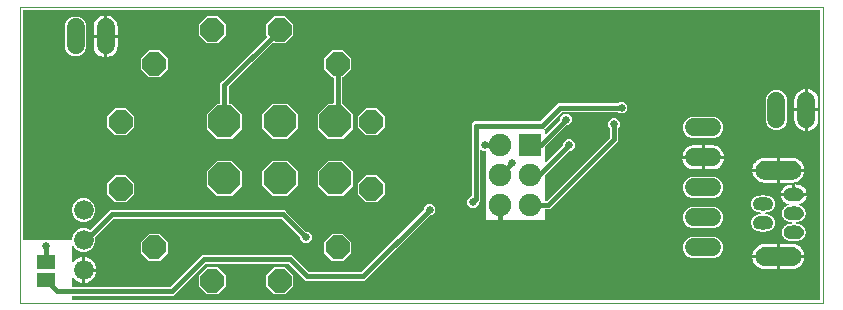
<source format=gbl>
G04 EAGLE Gerber RS-274X export*
G75*
%MOMM*%
%FSLAX34Y34*%
%LPD*%
%INBottom copper*%
%IPPOS*%
%AMOC8*
5,1,8,0,0,1.08239X$1,22.5*%
G01*
%ADD10C,0.000000*%
%ADD11P,2.927973X8X292.500000*%
%ADD12P,2.144431X8X292.500000*%
%ADD13C,1.524000*%
%ADD14R,1.600200X1.168400*%
%ADD15C,1.676400*%
%ADD16C,1.208000*%
%ADD17C,1.600000*%
%ADD18R,1.905000X1.905000*%
%ADD19C,1.905000*%
%ADD20C,0.654800*%
%ADD21C,0.406400*%

G36*
X676890Y2552D02*
X676890Y2552D01*
X676956Y2554D01*
X676999Y2572D01*
X677046Y2580D01*
X677103Y2614D01*
X677163Y2639D01*
X677198Y2670D01*
X677239Y2695D01*
X677281Y2746D01*
X677329Y2790D01*
X677351Y2832D01*
X677380Y2869D01*
X677401Y2931D01*
X677432Y2990D01*
X677440Y3044D01*
X677452Y3081D01*
X677451Y3121D01*
X677459Y3175D01*
X677459Y246825D01*
X677448Y246890D01*
X677446Y246956D01*
X677428Y246999D01*
X677420Y247046D01*
X677386Y247103D01*
X677361Y247163D01*
X677330Y247198D01*
X677305Y247239D01*
X677254Y247281D01*
X677210Y247329D01*
X677168Y247351D01*
X677131Y247380D01*
X677069Y247401D01*
X677010Y247432D01*
X676956Y247440D01*
X676919Y247452D01*
X676879Y247451D01*
X676825Y247459D01*
X3175Y247459D01*
X3110Y247448D01*
X3044Y247446D01*
X3001Y247428D01*
X2954Y247420D01*
X2897Y247386D01*
X2837Y247361D01*
X2802Y247330D01*
X2761Y247305D01*
X2719Y247254D01*
X2671Y247210D01*
X2649Y247168D01*
X2620Y247131D01*
X2599Y247069D01*
X2568Y247010D01*
X2560Y246956D01*
X2548Y246919D01*
X2549Y246879D01*
X2541Y246825D01*
X2541Y53888D01*
X2552Y53823D01*
X2554Y53757D01*
X2572Y53713D01*
X2580Y53667D01*
X2614Y53610D01*
X2639Y53549D01*
X2670Y53514D01*
X2695Y53474D01*
X2746Y53432D01*
X2790Y53384D01*
X2832Y53362D01*
X2869Y53332D01*
X2931Y53311D01*
X2990Y53281D01*
X3044Y53273D01*
X3081Y53260D01*
X3121Y53262D01*
X3175Y53253D01*
X43180Y53253D01*
X43245Y53265D01*
X43311Y53267D01*
X43354Y53285D01*
X43401Y53293D01*
X43458Y53327D01*
X43518Y53351D01*
X43553Y53383D01*
X43594Y53407D01*
X43636Y53458D01*
X43684Y53503D01*
X43706Y53545D01*
X43735Y53581D01*
X43756Y53644D01*
X43787Y53702D01*
X43795Y53757D01*
X43807Y53794D01*
X43807Y53819D01*
X43807Y53821D01*
X43807Y53838D01*
X43814Y53888D01*
X43814Y54930D01*
X45323Y58571D01*
X48109Y61357D01*
X51750Y62866D01*
X55692Y62866D01*
X59061Y61470D01*
X59114Y61458D01*
X59164Y61437D01*
X59223Y61435D01*
X59280Y61422D01*
X59334Y61430D01*
X59388Y61427D01*
X59444Y61445D01*
X59503Y61454D01*
X59550Y61479D01*
X59602Y61496D01*
X59659Y61538D01*
X59700Y61560D01*
X59720Y61584D01*
X59752Y61607D01*
X76314Y78169D01*
X222483Y78169D01*
X222484Y78169D01*
X222485Y78169D01*
X223957Y78173D01*
X225001Y77129D01*
X225002Y77128D01*
X242019Y60198D01*
X242053Y60175D01*
X242081Y60144D01*
X242145Y60111D01*
X242203Y60071D01*
X242244Y60060D01*
X242281Y60041D01*
X242372Y60028D01*
X242421Y60015D01*
X242441Y60018D01*
X242466Y60014D01*
X243973Y60014D01*
X246784Y57203D01*
X246784Y53227D01*
X243973Y50416D01*
X239997Y50416D01*
X237186Y53227D01*
X237186Y54708D01*
X237179Y54751D01*
X237180Y54794D01*
X237159Y54860D01*
X237147Y54929D01*
X237125Y54966D01*
X237111Y55008D01*
X237058Y55079D01*
X237032Y55122D01*
X237016Y55136D01*
X236999Y55158D01*
X221205Y70871D01*
X221175Y70892D01*
X221159Y70910D01*
X221156Y70911D01*
X221143Y70926D01*
X221079Y70958D01*
X221021Y70999D01*
X220980Y71009D01*
X220943Y71028D01*
X220852Y71042D01*
X220803Y71054D01*
X220783Y71052D01*
X220758Y71056D01*
X79523Y71056D01*
X79482Y71048D01*
X79439Y71050D01*
X79372Y71029D01*
X79303Y71016D01*
X79266Y70995D01*
X79226Y70982D01*
X79153Y70928D01*
X79109Y70902D01*
X79099Y70889D01*
X79093Y70886D01*
X79089Y70880D01*
X79075Y70870D01*
X63783Y55578D01*
X63752Y55534D01*
X63713Y55495D01*
X63688Y55442D01*
X63655Y55394D01*
X63641Y55341D01*
X63618Y55292D01*
X63614Y55233D01*
X63599Y55176D01*
X63605Y55123D01*
X63600Y55069D01*
X63617Y54999D01*
X63622Y54953D01*
X63628Y54942D01*
X63628Y50988D01*
X62119Y47347D01*
X59333Y44561D01*
X55692Y43052D01*
X51750Y43052D01*
X48109Y44561D01*
X45323Y47347D01*
X45238Y47552D01*
X45183Y47637D01*
X45132Y47723D01*
X45123Y47731D01*
X45117Y47741D01*
X45036Y47801D01*
X44958Y47865D01*
X44947Y47869D01*
X44937Y47876D01*
X44841Y47904D01*
X44745Y47937D01*
X44734Y47936D01*
X44722Y47940D01*
X44622Y47933D01*
X44521Y47930D01*
X44510Y47926D01*
X44498Y47925D01*
X44406Y47883D01*
X44313Y47846D01*
X44305Y47838D01*
X44294Y47833D01*
X44222Y47762D01*
X44148Y47694D01*
X44142Y47684D01*
X44134Y47675D01*
X44091Y47585D01*
X44045Y47495D01*
X44043Y47482D01*
X44039Y47472D01*
X44035Y47427D01*
X44017Y47309D01*
X44017Y34738D01*
X44022Y34712D01*
X44020Y34686D01*
X44042Y34602D01*
X44057Y34517D01*
X44071Y34494D01*
X44077Y34469D01*
X44127Y34398D01*
X44171Y34324D01*
X44192Y34307D01*
X44207Y34286D01*
X44278Y34237D01*
X44345Y34183D01*
X44371Y34174D01*
X44393Y34159D01*
X44476Y34138D01*
X44558Y34111D01*
X44584Y34112D01*
X44610Y34105D01*
X44696Y34115D01*
X44782Y34117D01*
X44807Y34127D01*
X44833Y34130D01*
X44910Y34169D01*
X44990Y34202D01*
X45010Y34220D01*
X45033Y34232D01*
X45127Y34327D01*
X45156Y34353D01*
X45159Y34359D01*
X45165Y34365D01*
X45390Y34675D01*
X46605Y35890D01*
X47996Y36901D01*
X49528Y37681D01*
X51163Y38213D01*
X52452Y38417D01*
X52452Y28194D01*
X52463Y28129D01*
X52465Y28064D01*
X52483Y28020D01*
X52491Y27973D01*
X52525Y27917D01*
X52550Y27856D01*
X52581Y27821D01*
X52606Y27780D01*
X52657Y27739D01*
X52701Y27690D01*
X52743Y27668D01*
X52780Y27639D01*
X52842Y27618D01*
X52901Y27588D01*
X52955Y27579D01*
X52992Y27567D01*
X53032Y27568D01*
X53086Y27560D01*
X53722Y27560D01*
X53722Y27558D01*
X53086Y27558D01*
X53021Y27546D01*
X52955Y27545D01*
X52912Y27527D01*
X52865Y27518D01*
X52808Y27485D01*
X52748Y27460D01*
X52713Y27428D01*
X52672Y27404D01*
X52631Y27353D01*
X52582Y27309D01*
X52560Y27267D01*
X52531Y27230D01*
X52510Y27168D01*
X52479Y27109D01*
X52471Y27055D01*
X52459Y27018D01*
X52460Y26978D01*
X52452Y26924D01*
X52452Y16701D01*
X51163Y16905D01*
X49528Y17437D01*
X47996Y18217D01*
X46605Y19228D01*
X45390Y20443D01*
X45165Y20753D01*
X45146Y20771D01*
X45132Y20794D01*
X45065Y20848D01*
X45003Y20908D01*
X44979Y20919D01*
X44958Y20935D01*
X44876Y20963D01*
X44797Y20997D01*
X44771Y20999D01*
X44745Y21007D01*
X44659Y21005D01*
X44573Y21009D01*
X44548Y21001D01*
X44521Y21001D01*
X44441Y20968D01*
X44359Y20943D01*
X44338Y20926D01*
X44313Y20916D01*
X44250Y20858D01*
X44181Y20805D01*
X44167Y20783D01*
X44148Y20765D01*
X44108Y20688D01*
X44063Y20615D01*
X44057Y20589D01*
X44045Y20565D01*
X44025Y20433D01*
X44018Y20395D01*
X44019Y20388D01*
X44017Y20380D01*
X44017Y13716D01*
X44029Y13651D01*
X44031Y13585D01*
X44049Y13542D01*
X44057Y13495D01*
X44091Y13438D01*
X44115Y13378D01*
X44147Y13343D01*
X44171Y13302D01*
X44222Y13260D01*
X44267Y13212D01*
X44309Y13190D01*
X44345Y13161D01*
X44408Y13140D01*
X44466Y13109D01*
X44521Y13101D01*
X44558Y13089D01*
X44597Y13090D01*
X44652Y13082D01*
X126852Y13082D01*
X126893Y13089D01*
X126936Y13087D01*
X127003Y13109D01*
X127072Y13121D01*
X127109Y13143D01*
X127149Y13156D01*
X127222Y13210D01*
X127266Y13236D01*
X127279Y13252D01*
X127300Y13268D01*
X154102Y40069D01*
X230073Y40069D01*
X244175Y25968D01*
X244210Y25943D01*
X244239Y25912D01*
X244301Y25880D01*
X244359Y25839D01*
X244400Y25829D01*
X244438Y25809D01*
X244528Y25796D01*
X244576Y25783D01*
X244597Y25786D01*
X244623Y25782D01*
X288459Y25782D01*
X288501Y25789D01*
X288543Y25787D01*
X288610Y25809D01*
X288680Y25821D01*
X288716Y25843D01*
X288757Y25856D01*
X288830Y25910D01*
X288873Y25936D01*
X288886Y25952D01*
X288907Y25968D01*
X341725Y78786D01*
X341750Y78820D01*
X341781Y78849D01*
X341813Y78912D01*
X341854Y78970D01*
X341864Y79011D01*
X341884Y79049D01*
X341897Y79138D01*
X341910Y79187D01*
X341907Y79208D01*
X341911Y79234D01*
X341911Y80728D01*
X344722Y83539D01*
X348698Y83539D01*
X351509Y80728D01*
X351509Y76752D01*
X348698Y73941D01*
X347204Y73941D01*
X347162Y73934D01*
X347120Y73936D01*
X347053Y73914D01*
X346983Y73902D01*
X346947Y73880D01*
X346906Y73867D01*
X346833Y73813D01*
X346790Y73787D01*
X346777Y73771D01*
X346756Y73755D01*
X291668Y18668D01*
X241414Y18668D01*
X227312Y32770D01*
X227278Y32794D01*
X227249Y32826D01*
X227186Y32858D01*
X227128Y32898D01*
X227087Y32909D01*
X227049Y32928D01*
X226960Y32941D01*
X226911Y32954D01*
X226890Y32952D01*
X226864Y32956D01*
X157311Y32956D01*
X157269Y32948D01*
X157227Y32950D01*
X157160Y32929D01*
X157090Y32916D01*
X157054Y32895D01*
X157013Y32882D01*
X156940Y32828D01*
X156897Y32802D01*
X156884Y32786D01*
X156863Y32770D01*
X130061Y5968D01*
X44652Y5968D01*
X44587Y5957D01*
X44521Y5955D01*
X44477Y5937D01*
X44431Y5929D01*
X44374Y5895D01*
X44313Y5870D01*
X44278Y5839D01*
X44238Y5814D01*
X44196Y5763D01*
X44148Y5719D01*
X44126Y5677D01*
X44096Y5640D01*
X44075Y5578D01*
X44045Y5519D01*
X44037Y5465D01*
X44024Y5428D01*
X44026Y5388D01*
X44017Y5334D01*
X44017Y3175D01*
X44029Y3110D01*
X44031Y3044D01*
X44049Y3001D01*
X44057Y2954D01*
X44091Y2897D01*
X44115Y2837D01*
X44147Y2802D01*
X44171Y2761D01*
X44222Y2719D01*
X44267Y2671D01*
X44309Y2649D01*
X44345Y2620D01*
X44408Y2599D01*
X44466Y2568D01*
X44521Y2560D01*
X44558Y2548D01*
X44597Y2549D01*
X44652Y2541D01*
X676825Y2541D01*
X676890Y2552D01*
G37*
%LPC*%
G36*
X394627Y70113D02*
X394627Y70113D01*
X394626Y70114D01*
X394619Y70121D01*
X394619Y79752D01*
X394612Y79793D01*
X394611Y79852D01*
X394364Y81414D01*
X394399Y81435D01*
X394440Y81486D01*
X394489Y81530D01*
X394510Y81572D01*
X394540Y81609D01*
X394561Y81671D01*
X394591Y81730D01*
X394600Y81784D01*
X394612Y81821D01*
X394611Y81861D01*
X394619Y81915D01*
X394619Y83185D01*
X394607Y83250D01*
X394605Y83315D01*
X394588Y83359D01*
X394579Y83406D01*
X394546Y83463D01*
X394521Y83523D01*
X394489Y83558D01*
X394465Y83599D01*
X394414Y83640D01*
X394370Y83689D01*
X394365Y83692D01*
X394611Y85248D01*
X394610Y85290D01*
X394619Y85348D01*
X394619Y127917D01*
X394607Y127982D01*
X394605Y128048D01*
X394588Y128091D01*
X394579Y128138D01*
X394546Y128195D01*
X394521Y128255D01*
X394489Y128290D01*
X394465Y128331D01*
X394414Y128373D01*
X394370Y128421D01*
X394328Y128443D01*
X394291Y128472D01*
X394229Y128493D01*
X394170Y128524D01*
X394116Y128532D01*
X394079Y128544D01*
X394039Y128543D01*
X393985Y128551D01*
X391712Y128551D01*
X390719Y129544D01*
X390646Y129595D01*
X390577Y129651D01*
X390555Y129659D01*
X390535Y129672D01*
X390449Y129694D01*
X390365Y129723D01*
X390341Y129722D01*
X390318Y129728D01*
X390229Y129719D01*
X390140Y129716D01*
X390118Y129707D01*
X390095Y129705D01*
X390015Y129665D01*
X389933Y129632D01*
X389915Y129616D01*
X389894Y129605D01*
X389833Y129541D01*
X389767Y129481D01*
X389756Y129459D01*
X389740Y129442D01*
X389705Y129360D01*
X389664Y129281D01*
X389661Y129255D01*
X389652Y129236D01*
X389650Y129185D01*
X389637Y129096D01*
X389637Y86157D01*
X388525Y85044D01*
X388500Y85010D01*
X388469Y84981D01*
X388437Y84918D01*
X388396Y84860D01*
X388386Y84819D01*
X388366Y84781D01*
X388353Y84692D01*
X388340Y84643D01*
X388343Y84622D01*
X388339Y84596D01*
X388339Y83102D01*
X385528Y80291D01*
X381552Y80291D01*
X378741Y83102D01*
X378741Y87078D01*
X381552Y89889D01*
X381889Y89889D01*
X381954Y89900D01*
X382020Y89902D01*
X382063Y89920D01*
X382110Y89928D01*
X382167Y89962D01*
X382227Y89987D01*
X382262Y90018D01*
X382303Y90043D01*
X382345Y90094D01*
X382393Y90138D01*
X382415Y90180D01*
X382444Y90217D01*
X382465Y90279D01*
X382496Y90338D01*
X382504Y90392D01*
X382516Y90429D01*
X382515Y90469D01*
X382523Y90523D01*
X382523Y151333D01*
X384607Y153417D01*
X440224Y153417D01*
X440266Y153424D01*
X440308Y153422D01*
X440375Y153444D01*
X440445Y153456D01*
X440481Y153478D01*
X440522Y153491D01*
X440595Y153545D01*
X440638Y153571D01*
X440651Y153587D01*
X440672Y153603D01*
X455727Y168657D01*
X505778Y168657D01*
X505819Y168664D01*
X505862Y168662D01*
X505929Y168684D01*
X505998Y168696D01*
X506035Y168718D01*
X506075Y168731D01*
X506148Y168785D01*
X506192Y168811D01*
X506205Y168827D01*
X506226Y168843D01*
X507282Y169899D01*
X511258Y169899D01*
X514069Y167088D01*
X514069Y163112D01*
X511258Y160301D01*
X507282Y160301D01*
X506226Y161357D01*
X506191Y161382D01*
X506163Y161413D01*
X506100Y161445D01*
X506042Y161486D01*
X506001Y161496D01*
X505963Y161516D01*
X505873Y161529D01*
X505825Y161542D01*
X505804Y161539D01*
X505778Y161543D01*
X458936Y161543D01*
X458894Y161536D01*
X458852Y161538D01*
X458785Y161516D01*
X458715Y161504D01*
X458679Y161482D01*
X458638Y161469D01*
X458565Y161415D01*
X458522Y161389D01*
X458509Y161373D01*
X458488Y161357D01*
X445703Y148573D01*
X444025Y146895D01*
X443987Y146841D01*
X443942Y146793D01*
X443924Y146750D01*
X443897Y146711D01*
X443880Y146647D01*
X443855Y146586D01*
X443853Y146539D01*
X443841Y146494D01*
X443848Y146428D01*
X443845Y146362D01*
X443859Y146317D01*
X443864Y146270D01*
X443893Y146211D01*
X443913Y146149D01*
X443946Y146105D01*
X443964Y146069D01*
X443992Y146042D01*
X444025Y145998D01*
X444067Y145956D01*
X444067Y143289D01*
X444083Y143201D01*
X444092Y143112D01*
X444103Y143091D01*
X444107Y143068D01*
X444152Y142991D01*
X444192Y142911D01*
X444209Y142895D01*
X444221Y142875D01*
X444290Y142819D01*
X444355Y142757D01*
X444377Y142748D01*
X444395Y142733D01*
X444480Y142705D01*
X444562Y142670D01*
X444586Y142669D01*
X444608Y142661D01*
X444697Y142664D01*
X444786Y142660D01*
X444809Y142667D01*
X444832Y142668D01*
X444915Y142701D01*
X445000Y142729D01*
X445021Y142744D01*
X445040Y142752D01*
X445077Y142786D01*
X445150Y142840D01*
X457295Y154986D01*
X457320Y155020D01*
X457351Y155049D01*
X457383Y155112D01*
X457424Y155170D01*
X457434Y155211D01*
X457454Y155249D01*
X457467Y155338D01*
X457480Y155387D01*
X457477Y155408D01*
X457481Y155434D01*
X457481Y156928D01*
X460292Y159739D01*
X464268Y159739D01*
X467079Y156928D01*
X467079Y152952D01*
X464268Y150141D01*
X462774Y150141D01*
X462732Y150134D01*
X462690Y150136D01*
X462623Y150114D01*
X462553Y150102D01*
X462517Y150080D01*
X462476Y150067D01*
X462403Y150013D01*
X462360Y149987D01*
X462347Y149971D01*
X462326Y149955D01*
X444253Y131883D01*
X444229Y131848D01*
X444198Y131820D01*
X444165Y131757D01*
X444125Y131699D01*
X444115Y131658D01*
X444095Y131620D01*
X444082Y131530D01*
X444069Y131482D01*
X444071Y131461D01*
X444067Y131435D01*
X444067Y119159D01*
X444083Y119071D01*
X444092Y118982D01*
X444103Y118961D01*
X444107Y118938D01*
X444152Y118861D01*
X444192Y118781D01*
X444209Y118765D01*
X444221Y118745D01*
X444290Y118689D01*
X444355Y118627D01*
X444377Y118618D01*
X444395Y118603D01*
X444480Y118575D01*
X444562Y118540D01*
X444586Y118539D01*
X444608Y118531D01*
X444697Y118534D01*
X444786Y118530D01*
X444809Y118537D01*
X444832Y118538D01*
X444915Y118571D01*
X445000Y118599D01*
X445021Y118614D01*
X445040Y118622D01*
X445077Y118656D01*
X445150Y118710D01*
X459835Y133396D01*
X459860Y133430D01*
X459891Y133459D01*
X459917Y133510D01*
X459929Y133524D01*
X459933Y133535D01*
X459964Y133580D01*
X459974Y133621D01*
X459994Y133659D01*
X460007Y133748D01*
X460020Y133797D01*
X460017Y133818D01*
X460021Y133844D01*
X460021Y135338D01*
X462832Y138149D01*
X466808Y138149D01*
X469619Y135338D01*
X469619Y131362D01*
X466808Y128551D01*
X465314Y128551D01*
X465272Y128544D01*
X465230Y128546D01*
X465163Y128524D01*
X465093Y128512D01*
X465057Y128490D01*
X465016Y128477D01*
X464943Y128423D01*
X464900Y128397D01*
X464887Y128381D01*
X464866Y128365D01*
X444253Y107753D01*
X444229Y107718D01*
X444198Y107690D01*
X444165Y107627D01*
X444125Y107569D01*
X444115Y107528D01*
X444095Y107490D01*
X444082Y107400D01*
X444069Y107352D01*
X444071Y107331D01*
X444067Y107305D01*
X444067Y86741D01*
X444079Y86676D01*
X444081Y86610D01*
X444099Y86567D01*
X444107Y86520D01*
X444141Y86463D01*
X444165Y86403D01*
X444197Y86368D01*
X444221Y86327D01*
X444272Y86285D01*
X444317Y86237D01*
X444359Y86215D01*
X444395Y86186D01*
X444458Y86165D01*
X444516Y86134D01*
X444571Y86126D01*
X444608Y86114D01*
X444647Y86115D01*
X444702Y86107D01*
X445304Y86107D01*
X445346Y86114D01*
X445388Y86112D01*
X445455Y86134D01*
X445525Y86146D01*
X445561Y86168D01*
X445602Y86181D01*
X445675Y86235D01*
X445718Y86261D01*
X445731Y86277D01*
X445752Y86293D01*
X499177Y139718D01*
X499202Y139752D01*
X499233Y139781D01*
X499264Y139842D01*
X499284Y139867D01*
X499287Y139876D01*
X499306Y139902D01*
X499316Y139943D01*
X499336Y139981D01*
X499346Y140048D01*
X499356Y140079D01*
X499356Y140097D01*
X499362Y140119D01*
X499359Y140140D01*
X499363Y140166D01*
X499363Y147638D01*
X499356Y147679D01*
X499358Y147722D01*
X499336Y147789D01*
X499324Y147858D01*
X499302Y147895D01*
X499289Y147935D01*
X499235Y148008D01*
X499209Y148052D01*
X499193Y148065D01*
X499177Y148086D01*
X498121Y149142D01*
X498121Y153118D01*
X500932Y155929D01*
X504908Y155929D01*
X507719Y153118D01*
X507719Y149142D01*
X506663Y148086D01*
X506638Y148051D01*
X506607Y148023D01*
X506575Y147960D01*
X506534Y147902D01*
X506524Y147861D01*
X506504Y147823D01*
X506491Y147733D01*
X506478Y147685D01*
X506481Y147664D01*
X506477Y147638D01*
X506477Y136957D01*
X448513Y78993D01*
X444702Y78993D01*
X444637Y78982D01*
X444571Y78980D01*
X444527Y78962D01*
X444481Y78954D01*
X444424Y78920D01*
X444363Y78895D01*
X444328Y78864D01*
X444288Y78839D01*
X444246Y78788D01*
X444198Y78744D01*
X444176Y78702D01*
X444146Y78665D01*
X444125Y78603D01*
X444095Y78544D01*
X444087Y78490D01*
X444074Y78453D01*
X444076Y78413D01*
X444067Y78359D01*
X444067Y70121D01*
X444060Y70113D01*
X443786Y70113D01*
X394901Y70113D01*
X394627Y70113D01*
G37*
%LPD*%
%LPC*%
G36*
X166803Y138302D02*
X166803Y138302D01*
X157987Y147118D01*
X157987Y159587D01*
X166803Y168403D01*
X168847Y168403D01*
X168911Y168414D01*
X168977Y168416D01*
X169021Y168434D01*
X169067Y168442D01*
X169124Y168476D01*
X169185Y168501D01*
X169220Y168532D01*
X169261Y168557D01*
X169302Y168608D01*
X169351Y168652D01*
X169372Y168694D01*
X169402Y168731D01*
X169423Y168793D01*
X169453Y168852D01*
X169461Y168906D01*
X169474Y168943D01*
X169473Y168983D01*
X169481Y169037D01*
X169481Y185685D01*
X171750Y187954D01*
X208652Y224856D01*
X208689Y224910D01*
X208734Y224958D01*
X208753Y225001D01*
X208780Y225040D01*
X208796Y225104D01*
X208822Y225164D01*
X208824Y225212D01*
X208836Y225257D01*
X208829Y225323D01*
X208832Y225388D01*
X208817Y225433D01*
X208813Y225480D01*
X208783Y225539D01*
X208763Y225602D01*
X208731Y225646D01*
X208713Y225682D01*
X208684Y225709D01*
X208652Y225753D01*
X208267Y226137D01*
X208267Y235607D01*
X214963Y242303D01*
X224433Y242303D01*
X231129Y235607D01*
X231129Y226137D01*
X224433Y219441D01*
X214963Y219441D01*
X214579Y219826D01*
X214525Y219863D01*
X214477Y219908D01*
X214433Y219927D01*
X214395Y219954D01*
X214331Y219970D01*
X214270Y219996D01*
X214223Y219998D01*
X214177Y220010D01*
X214112Y220003D01*
X214046Y220006D01*
X214001Y219991D01*
X213954Y219987D01*
X213895Y219957D01*
X213832Y219937D01*
X213788Y219905D01*
X213753Y219887D01*
X213726Y219858D01*
X213682Y219826D01*
X176780Y182924D01*
X176756Y182889D01*
X176724Y182860D01*
X176692Y182798D01*
X176652Y182740D01*
X176641Y182699D01*
X176622Y182661D01*
X176609Y182571D01*
X176596Y182523D01*
X176598Y182502D01*
X176594Y182476D01*
X176594Y169037D01*
X176606Y168972D01*
X176608Y168906D01*
X176626Y168863D01*
X176634Y168816D01*
X176667Y168759D01*
X176692Y168699D01*
X176724Y168664D01*
X176748Y168623D01*
X176799Y168581D01*
X176844Y168533D01*
X176886Y168511D01*
X176922Y168482D01*
X176984Y168461D01*
X177043Y168430D01*
X177098Y168422D01*
X177135Y168410D01*
X177174Y168411D01*
X177228Y168403D01*
X179272Y168403D01*
X188088Y159587D01*
X188088Y147118D01*
X179272Y138302D01*
X166803Y138302D01*
G37*
%LPD*%
%LPC*%
G36*
X260783Y138302D02*
X260783Y138302D01*
X251967Y147118D01*
X251967Y159587D01*
X260783Y168403D01*
X264783Y168403D01*
X264848Y168414D01*
X264914Y168416D01*
X264957Y168434D01*
X265004Y168442D01*
X265061Y168476D01*
X265121Y168501D01*
X265156Y168532D01*
X265197Y168557D01*
X265239Y168608D01*
X265287Y168652D01*
X265309Y168694D01*
X265338Y168731D01*
X265359Y168793D01*
X265390Y168852D01*
X265398Y168906D01*
X265410Y168943D01*
X265409Y168983D01*
X265417Y169037D01*
X265417Y190359D01*
X265406Y190424D01*
X265404Y190490D01*
X265386Y190533D01*
X265378Y190580D01*
X265344Y190637D01*
X265319Y190697D01*
X265288Y190732D01*
X265263Y190773D01*
X265212Y190815D01*
X265168Y190863D01*
X265126Y190885D01*
X265089Y190914D01*
X265027Y190935D01*
X264968Y190966D01*
X264914Y190974D01*
X264877Y190986D01*
X264837Y190985D01*
X264783Y190993D01*
X264239Y190993D01*
X257543Y197689D01*
X257543Y207159D01*
X264239Y213855D01*
X273709Y213855D01*
X280405Y207159D01*
X280405Y197689D01*
X273709Y190993D01*
X273165Y190993D01*
X273100Y190982D01*
X273034Y190980D01*
X272991Y190962D01*
X272944Y190954D01*
X272887Y190920D01*
X272827Y190895D01*
X272792Y190864D01*
X272751Y190839D01*
X272709Y190788D01*
X272661Y190744D01*
X272639Y190702D01*
X272610Y190665D01*
X272589Y190603D01*
X272558Y190544D01*
X272550Y190490D01*
X272538Y190453D01*
X272539Y190413D01*
X272531Y190359D01*
X272531Y169037D01*
X272542Y168972D01*
X272544Y168906D01*
X272562Y168863D01*
X272570Y168816D01*
X272604Y168759D01*
X272629Y168699D01*
X272660Y168664D01*
X272685Y168623D01*
X272736Y168581D01*
X272780Y168533D01*
X272822Y168511D01*
X272859Y168482D01*
X272921Y168461D01*
X272980Y168430D01*
X273034Y168422D01*
X273071Y168410D01*
X273111Y168411D01*
X273165Y168403D01*
X273252Y168403D01*
X282068Y159587D01*
X282068Y147118D01*
X273252Y138302D01*
X260783Y138302D01*
G37*
%LPD*%
%LPC*%
G36*
X213718Y138352D02*
X213718Y138352D01*
X204902Y147168D01*
X204902Y159636D01*
X213718Y168452D01*
X226186Y168452D01*
X235002Y159636D01*
X235002Y147168D01*
X226186Y138352D01*
X213718Y138352D01*
G37*
%LPD*%
%LPC*%
G36*
X260783Y90042D02*
X260783Y90042D01*
X251967Y98858D01*
X251967Y111327D01*
X260783Y120143D01*
X273252Y120143D01*
X282068Y111327D01*
X282068Y98858D01*
X273252Y90042D01*
X260783Y90042D01*
G37*
%LPD*%
%LPC*%
G36*
X166803Y90042D02*
X166803Y90042D01*
X157987Y98858D01*
X157987Y111327D01*
X166803Y120143D01*
X179272Y120143D01*
X188088Y111327D01*
X188088Y98858D01*
X179272Y90042D01*
X166803Y90042D01*
G37*
%LPD*%
%LPC*%
G36*
X213793Y90042D02*
X213793Y90042D01*
X204977Y98858D01*
X204977Y111327D01*
X213793Y120143D01*
X226262Y120143D01*
X235078Y111327D01*
X235078Y98858D01*
X226262Y90042D01*
X213793Y90042D01*
G37*
%LPD*%
%LPC*%
G36*
X653520Y52010D02*
X653520Y52010D01*
X652413Y52469D01*
X652383Y52475D01*
X652242Y52513D01*
X651947Y52546D01*
X651916Y52544D01*
X651876Y52550D01*
X651259Y52550D01*
X651211Y52542D01*
X651163Y52543D01*
X651086Y52519D01*
X651039Y52511D01*
X650526Y52690D01*
X650477Y52698D01*
X650388Y52722D01*
X649800Y52788D01*
X649790Y52796D01*
X649756Y52810D01*
X649726Y52830D01*
X649652Y52849D01*
X649581Y52876D01*
X649544Y52877D01*
X649538Y52878D01*
X649032Y53196D01*
X648985Y53215D01*
X648904Y53258D01*
X648345Y53453D01*
X648338Y53464D01*
X648308Y53484D01*
X648283Y53511D01*
X648215Y53546D01*
X648151Y53588D01*
X648116Y53597D01*
X648111Y53599D01*
X647688Y54022D01*
X647646Y54051D01*
X647577Y54111D01*
X647075Y54426D01*
X647071Y54437D01*
X647045Y54464D01*
X647027Y54496D01*
X646969Y54545D01*
X646916Y54600D01*
X646884Y54617D01*
X646879Y54620D01*
X646561Y55127D01*
X646527Y55164D01*
X646472Y55238D01*
X646054Y55656D01*
X646051Y55669D01*
X646033Y55700D01*
X646022Y55735D01*
X645976Y55796D01*
X645937Y55862D01*
X645909Y55885D01*
X645905Y55890D01*
X645708Y56454D01*
X645683Y56498D01*
X645646Y56582D01*
X645331Y57083D01*
X645332Y57096D01*
X645321Y57131D01*
X645318Y57167D01*
X645287Y57237D01*
X645264Y57310D01*
X645241Y57338D01*
X645239Y57344D01*
X645172Y57938D01*
X645158Y57986D01*
X645140Y58076D01*
X644945Y58635D01*
X644948Y58647D01*
X644945Y58684D01*
X644951Y58720D01*
X644936Y58795D01*
X644929Y58871D01*
X644914Y58904D01*
X644912Y58910D01*
X644979Y59504D01*
X644976Y59554D01*
X644979Y59646D01*
X644913Y60234D01*
X644919Y60245D01*
X644924Y60282D01*
X644938Y60315D01*
X644940Y60392D01*
X644950Y60467D01*
X644943Y60503D01*
X644943Y60509D01*
X645140Y61074D01*
X645148Y61123D01*
X645172Y61212D01*
X645238Y61800D01*
X645246Y61810D01*
X645260Y61844D01*
X645280Y61874D01*
X645299Y61948D01*
X645326Y62019D01*
X645327Y62056D01*
X645328Y62062D01*
X645646Y62568D01*
X645665Y62615D01*
X645708Y62696D01*
X645903Y63255D01*
X645914Y63262D01*
X645934Y63292D01*
X645961Y63317D01*
X645996Y63385D01*
X646038Y63449D01*
X646047Y63484D01*
X646049Y63489D01*
X646472Y63912D01*
X646501Y63954D01*
X646561Y64023D01*
X646876Y64525D01*
X646888Y64530D01*
X646914Y64555D01*
X646946Y64573D01*
X646995Y64631D01*
X647050Y64684D01*
X647067Y64716D01*
X647070Y64721D01*
X647577Y65039D01*
X647614Y65073D01*
X647688Y65128D01*
X648106Y65546D01*
X648119Y65549D01*
X648150Y65567D01*
X648185Y65578D01*
X648246Y65624D01*
X648312Y65663D01*
X648335Y65691D01*
X648340Y65695D01*
X648904Y65892D01*
X648948Y65917D01*
X649032Y65954D01*
X649533Y66269D01*
X649546Y66268D01*
X649581Y66279D01*
X649617Y66282D01*
X649687Y66313D01*
X649760Y66336D01*
X649788Y66359D01*
X649794Y66361D01*
X650388Y66428D01*
X650436Y66442D01*
X650526Y66460D01*
X651046Y66642D01*
X651073Y66628D01*
X651074Y66627D01*
X651153Y66616D01*
X651200Y66602D01*
X651226Y66605D01*
X651259Y66600D01*
X651876Y66600D01*
X651877Y66600D01*
X651878Y66600D01*
X651907Y66605D01*
X651947Y66604D01*
X652242Y66637D01*
X652272Y66646D01*
X652413Y66681D01*
X653156Y66989D01*
X653231Y67037D01*
X653310Y67079D01*
X653325Y67097D01*
X653345Y67110D01*
X653399Y67181D01*
X653457Y67248D01*
X653466Y67271D01*
X653480Y67290D01*
X653506Y67375D01*
X653537Y67458D01*
X653537Y67482D01*
X653544Y67505D01*
X653538Y67593D01*
X653539Y67682D01*
X653531Y67705D01*
X653529Y67728D01*
X653493Y67810D01*
X653462Y67893D01*
X653447Y67911D01*
X653437Y67933D01*
X653375Y67996D01*
X653317Y68064D01*
X653294Y68078D01*
X653280Y68093D01*
X653234Y68114D01*
X653156Y68161D01*
X652413Y68469D01*
X652395Y68473D01*
X652391Y68475D01*
X652376Y68477D01*
X652242Y68513D01*
X651947Y68546D01*
X651916Y68544D01*
X651876Y68550D01*
X651259Y68550D01*
X651211Y68542D01*
X651163Y68543D01*
X651086Y68519D01*
X651039Y68511D01*
X650526Y68690D01*
X650477Y68698D01*
X650388Y68722D01*
X649800Y68788D01*
X649790Y68796D01*
X649756Y68810D01*
X649726Y68830D01*
X649652Y68849D01*
X649581Y68876D01*
X649544Y68877D01*
X649538Y68878D01*
X649032Y69196D01*
X648985Y69215D01*
X648904Y69258D01*
X648345Y69453D01*
X648338Y69464D01*
X648308Y69484D01*
X648283Y69511D01*
X648215Y69546D01*
X648151Y69588D01*
X648116Y69597D01*
X648111Y69599D01*
X647688Y70022D01*
X647646Y70051D01*
X647577Y70111D01*
X647075Y70426D01*
X647071Y70437D01*
X647045Y70464D01*
X647027Y70496D01*
X646969Y70545D01*
X646916Y70600D01*
X646884Y70617D01*
X646879Y70620D01*
X646561Y71127D01*
X646527Y71164D01*
X646472Y71238D01*
X646054Y71656D01*
X646051Y71669D01*
X646033Y71700D01*
X646022Y71735D01*
X645976Y71796D01*
X645937Y71862D01*
X645909Y71885D01*
X645905Y71890D01*
X645708Y72454D01*
X645683Y72498D01*
X645646Y72582D01*
X645331Y73083D01*
X645332Y73096D01*
X645321Y73131D01*
X645318Y73167D01*
X645287Y73237D01*
X645264Y73310D01*
X645241Y73338D01*
X645239Y73344D01*
X645172Y73938D01*
X645158Y73986D01*
X645140Y74076D01*
X644945Y74635D01*
X644948Y74647D01*
X644945Y74684D01*
X644951Y74720D01*
X644936Y74795D01*
X644929Y74871D01*
X644914Y74904D01*
X644912Y74910D01*
X644979Y75504D01*
X644976Y75554D01*
X644979Y75646D01*
X644913Y76234D01*
X644919Y76245D01*
X644924Y76282D01*
X644938Y76315D01*
X644940Y76392D01*
X644950Y76467D01*
X644943Y76503D01*
X644943Y76509D01*
X645140Y77074D01*
X645148Y77123D01*
X645172Y77212D01*
X645238Y77800D01*
X645246Y77810D01*
X645260Y77844D01*
X645280Y77874D01*
X645299Y77948D01*
X645326Y78019D01*
X645327Y78056D01*
X645328Y78062D01*
X645646Y78568D01*
X645665Y78615D01*
X645708Y78696D01*
X645903Y79255D01*
X645914Y79262D01*
X645934Y79292D01*
X645961Y79317D01*
X645996Y79385D01*
X646038Y79449D01*
X646047Y79484D01*
X646049Y79489D01*
X646472Y79912D01*
X646501Y79954D01*
X646561Y80023D01*
X646876Y80525D01*
X646887Y80529D01*
X646914Y80555D01*
X646946Y80573D01*
X646995Y80631D01*
X647050Y80684D01*
X647067Y80716D01*
X647070Y80721D01*
X647577Y81039D01*
X647614Y81073D01*
X647688Y81128D01*
X648106Y81546D01*
X648119Y81549D01*
X648150Y81567D01*
X648185Y81578D01*
X648246Y81624D01*
X648312Y81663D01*
X648335Y81691D01*
X648340Y81695D01*
X648904Y81892D01*
X648948Y81917D01*
X649032Y81954D01*
X649533Y82269D01*
X649546Y82268D01*
X649581Y82279D01*
X649617Y82282D01*
X649687Y82313D01*
X649760Y82336D01*
X649788Y82359D01*
X649794Y82361D01*
X650388Y82428D01*
X650427Y82440D01*
X650438Y82439D01*
X650460Y82447D01*
X650526Y82460D01*
X650547Y82467D01*
X650580Y82485D01*
X650603Y82492D01*
X650615Y82501D01*
X650650Y82514D01*
X650694Y82550D01*
X650743Y82577D01*
X650779Y82621D01*
X650823Y82657D01*
X650851Y82706D01*
X650887Y82749D01*
X650906Y82802D01*
X650935Y82851D01*
X650944Y82907D01*
X650963Y82960D01*
X650963Y83017D01*
X650972Y83073D01*
X650961Y83128D01*
X650961Y83184D01*
X650941Y83237D01*
X650930Y83293D01*
X650901Y83341D01*
X650881Y83394D01*
X650843Y83436D01*
X650814Y83485D01*
X650770Y83520D01*
X650732Y83562D01*
X650682Y83589D01*
X650638Y83624D01*
X650575Y83647D01*
X650535Y83669D01*
X650503Y83673D01*
X650462Y83688D01*
X649679Y83843D01*
X648630Y84278D01*
X648216Y84449D01*
X647108Y85190D01*
X646899Y85329D01*
X645779Y86449D01*
X644899Y87766D01*
X644293Y89230D01*
X644079Y90306D01*
X646678Y90306D01*
X646679Y90298D01*
X647049Y89241D01*
X647071Y89204D01*
X647097Y89140D01*
X647693Y88192D01*
X647723Y88161D01*
X647763Y88105D01*
X648555Y87313D01*
X648591Y87289D01*
X648642Y87243D01*
X649590Y86647D01*
X649630Y86632D01*
X649691Y86599D01*
X650748Y86229D01*
X650790Y86223D01*
X650857Y86204D01*
X651969Y86079D01*
X651994Y86081D01*
X652025Y86076D01*
X658025Y86076D01*
X658049Y86081D01*
X658081Y86079D01*
X659194Y86204D01*
X659235Y86218D01*
X659302Y86229D01*
X660359Y86599D01*
X660380Y86611D01*
X660396Y86615D01*
X660419Y86630D01*
X660460Y86647D01*
X661408Y87243D01*
X661439Y87273D01*
X661495Y87313D01*
X662287Y88105D01*
X662311Y88141D01*
X662357Y88192D01*
X662953Y89140D01*
X662968Y89180D01*
X663001Y89241D01*
X663371Y90298D01*
X663372Y90306D01*
X665971Y90306D01*
X665757Y89230D01*
X665151Y87766D01*
X664271Y86449D01*
X663151Y85329D01*
X661834Y84449D01*
X660370Y83843D01*
X659588Y83688D01*
X659535Y83667D01*
X659479Y83656D01*
X659432Y83626D01*
X659380Y83606D01*
X659337Y83568D01*
X659288Y83538D01*
X659254Y83493D01*
X659212Y83456D01*
X659186Y83406D01*
X659151Y83360D01*
X659134Y83307D01*
X659108Y83258D01*
X659100Y83201D01*
X659083Y83146D01*
X659086Y83091D01*
X659079Y83035D01*
X659091Y82979D01*
X659094Y82922D01*
X659116Y82871D01*
X659129Y82817D01*
X659160Y82769D01*
X659183Y82716D01*
X659221Y82676D01*
X659252Y82629D01*
X659298Y82595D01*
X659338Y82554D01*
X659397Y82523D01*
X659433Y82496D01*
X659465Y82487D01*
X659481Y82476D01*
X659489Y82474D01*
X659504Y82467D01*
X659525Y82459D01*
X659574Y82451D01*
X659662Y82428D01*
X660250Y82362D01*
X660260Y82354D01*
X660294Y82340D01*
X660324Y82320D01*
X660398Y82301D01*
X660469Y82274D01*
X660506Y82273D01*
X660512Y82272D01*
X661018Y81954D01*
X661065Y81935D01*
X661146Y81892D01*
X661705Y81697D01*
X661712Y81686D01*
X661742Y81666D01*
X661767Y81639D01*
X661835Y81604D01*
X661899Y81562D01*
X661934Y81553D01*
X661940Y81550D01*
X662362Y81128D01*
X662404Y81099D01*
X662473Y81039D01*
X662975Y80724D01*
X662979Y80713D01*
X663005Y80686D01*
X663023Y80654D01*
X663081Y80605D01*
X663134Y80550D01*
X663166Y80533D01*
X663171Y80530D01*
X663489Y80023D01*
X663523Y79986D01*
X663578Y79912D01*
X663996Y79494D01*
X663999Y79481D01*
X664017Y79450D01*
X664028Y79415D01*
X664074Y79354D01*
X664113Y79288D01*
X664141Y79265D01*
X664145Y79260D01*
X664342Y78696D01*
X664367Y78652D01*
X664404Y78568D01*
X664719Y78067D01*
X664718Y78054D01*
X664729Y78019D01*
X664732Y77983D01*
X664763Y77913D01*
X664786Y77840D01*
X664809Y77812D01*
X664811Y77806D01*
X664878Y77212D01*
X664892Y77164D01*
X664910Y77074D01*
X665105Y76515D01*
X665102Y76503D01*
X665105Y76466D01*
X665099Y76430D01*
X665114Y76355D01*
X665121Y76279D01*
X665136Y76246D01*
X665138Y76240D01*
X665071Y75646D01*
X665074Y75596D01*
X665071Y75504D01*
X665137Y74916D01*
X665131Y74905D01*
X665126Y74868D01*
X665112Y74835D01*
X665110Y74758D01*
X665100Y74683D01*
X665107Y74647D01*
X665107Y74641D01*
X664910Y74076D01*
X664902Y74027D01*
X664878Y73938D01*
X664812Y73350D01*
X664804Y73340D01*
X664790Y73306D01*
X664770Y73276D01*
X664751Y73202D01*
X664724Y73131D01*
X664723Y73094D01*
X664722Y73088D01*
X664404Y72582D01*
X664385Y72535D01*
X664342Y72454D01*
X664147Y71895D01*
X664136Y71888D01*
X664116Y71858D01*
X664089Y71833D01*
X664054Y71765D01*
X664012Y71701D01*
X664003Y71666D01*
X664001Y71661D01*
X663578Y71238D01*
X663549Y71196D01*
X663489Y71127D01*
X663174Y70625D01*
X663163Y70621D01*
X663136Y70595D01*
X663104Y70577D01*
X663055Y70519D01*
X663000Y70466D01*
X662984Y70434D01*
X662980Y70429D01*
X662473Y70111D01*
X662436Y70077D01*
X662362Y70022D01*
X661944Y69604D01*
X661931Y69601D01*
X661900Y69583D01*
X661865Y69572D01*
X661804Y69526D01*
X661738Y69487D01*
X661715Y69459D01*
X661710Y69455D01*
X661146Y69258D01*
X661102Y69233D01*
X661018Y69196D01*
X660517Y68881D01*
X660504Y68882D01*
X660469Y68871D01*
X660433Y68868D01*
X660363Y68837D01*
X660290Y68814D01*
X660262Y68791D01*
X660256Y68789D01*
X659662Y68722D01*
X659614Y68708D01*
X659524Y68690D01*
X659004Y68508D01*
X658976Y68523D01*
X658897Y68534D01*
X658850Y68548D01*
X658824Y68545D01*
X658791Y68550D01*
X658174Y68550D01*
X658144Y68545D01*
X658103Y68546D01*
X657808Y68513D01*
X657778Y68504D01*
X657637Y68469D01*
X656894Y68161D01*
X656819Y68113D01*
X656740Y68070D01*
X656725Y68053D01*
X656705Y68040D01*
X656651Y67969D01*
X656593Y67902D01*
X656584Y67879D01*
X656570Y67860D01*
X656545Y67775D01*
X656513Y67692D01*
X656513Y67668D01*
X656506Y67645D01*
X656512Y67556D01*
X656511Y67468D01*
X656519Y67445D01*
X656521Y67422D01*
X656557Y67340D01*
X656588Y67257D01*
X656603Y67239D01*
X656613Y67217D01*
X656675Y67153D01*
X656733Y67086D01*
X656756Y67072D01*
X656770Y67057D01*
X656816Y67036D01*
X656894Y66989D01*
X657637Y66681D01*
X657667Y66675D01*
X657808Y66637D01*
X658103Y66604D01*
X658134Y66606D01*
X658172Y66600D01*
X658173Y66600D01*
X658174Y66600D01*
X658791Y66600D01*
X658839Y66608D01*
X658887Y66607D01*
X658964Y66631D01*
X659011Y66639D01*
X659524Y66460D01*
X659573Y66452D01*
X659662Y66428D01*
X660250Y66362D01*
X660260Y66354D01*
X660294Y66340D01*
X660324Y66320D01*
X660398Y66301D01*
X660469Y66274D01*
X660506Y66273D01*
X660512Y66272D01*
X661018Y65954D01*
X661065Y65935D01*
X661146Y65892D01*
X661705Y65697D01*
X661712Y65686D01*
X661742Y65666D01*
X661767Y65639D01*
X661835Y65604D01*
X661899Y65562D01*
X661934Y65553D01*
X661939Y65551D01*
X662362Y65128D01*
X662404Y65099D01*
X662473Y65039D01*
X662975Y64724D01*
X662979Y64713D01*
X663005Y64686D01*
X663023Y64654D01*
X663081Y64605D01*
X663134Y64550D01*
X663166Y64533D01*
X663171Y64530D01*
X663489Y64023D01*
X663523Y63986D01*
X663578Y63912D01*
X663996Y63494D01*
X663999Y63481D01*
X664017Y63450D01*
X664028Y63415D01*
X664074Y63354D01*
X664113Y63288D01*
X664141Y63265D01*
X664145Y63260D01*
X664342Y62696D01*
X664367Y62652D01*
X664404Y62568D01*
X664719Y62067D01*
X664718Y62054D01*
X664729Y62019D01*
X664732Y61983D01*
X664763Y61913D01*
X664786Y61840D01*
X664809Y61812D01*
X664811Y61806D01*
X664878Y61212D01*
X664892Y61164D01*
X664910Y61074D01*
X665105Y60515D01*
X665102Y60503D01*
X665105Y60466D01*
X665099Y60430D01*
X665114Y60355D01*
X665121Y60279D01*
X665136Y60246D01*
X665138Y60240D01*
X665071Y59646D01*
X665074Y59596D01*
X665071Y59504D01*
X665137Y58916D01*
X665131Y58905D01*
X665126Y58868D01*
X665112Y58835D01*
X665110Y58758D01*
X665100Y58683D01*
X665107Y58647D01*
X665107Y58641D01*
X664910Y58076D01*
X664902Y58027D01*
X664878Y57938D01*
X664812Y57350D01*
X664804Y57340D01*
X664790Y57306D01*
X664770Y57276D01*
X664751Y57202D01*
X664724Y57131D01*
X664723Y57094D01*
X664722Y57088D01*
X664404Y56582D01*
X664385Y56535D01*
X664342Y56454D01*
X664147Y55895D01*
X664136Y55888D01*
X664116Y55858D01*
X664089Y55833D01*
X664054Y55765D01*
X664012Y55701D01*
X664003Y55666D01*
X664001Y55661D01*
X663578Y55238D01*
X663549Y55196D01*
X663489Y55127D01*
X663174Y54625D01*
X663163Y54621D01*
X663136Y54595D01*
X663104Y54577D01*
X663055Y54519D01*
X663000Y54466D01*
X662983Y54434D01*
X662980Y54429D01*
X662473Y54111D01*
X662436Y54077D01*
X662362Y54022D01*
X661944Y53604D01*
X661931Y53601D01*
X661900Y53583D01*
X661865Y53572D01*
X661804Y53526D01*
X661738Y53487D01*
X661715Y53459D01*
X661710Y53455D01*
X661146Y53258D01*
X661117Y53242D01*
X661114Y53241D01*
X661097Y53231D01*
X661018Y53196D01*
X660517Y52881D01*
X660504Y52882D01*
X660469Y52871D01*
X660433Y52868D01*
X660363Y52837D01*
X660290Y52814D01*
X660262Y52791D01*
X660256Y52789D01*
X659662Y52722D01*
X659614Y52708D01*
X659524Y52690D01*
X659004Y52508D01*
X658976Y52523D01*
X658897Y52534D01*
X658850Y52548D01*
X658824Y52545D01*
X658791Y52550D01*
X658174Y52550D01*
X658144Y52545D01*
X658103Y52546D01*
X657808Y52513D01*
X657778Y52504D01*
X657637Y52469D01*
X656530Y52010D01*
X653520Y52010D01*
G37*
%LPD*%
%LPC*%
G36*
X568946Y37555D02*
X568946Y37555D01*
X565585Y38947D01*
X563012Y41520D01*
X561620Y44881D01*
X561620Y48519D01*
X563012Y51880D01*
X565585Y54453D01*
X568946Y55845D01*
X587824Y55845D01*
X591185Y54453D01*
X593758Y51880D01*
X595150Y48519D01*
X595150Y44881D01*
X593758Y41520D01*
X591185Y38947D01*
X587824Y37555D01*
X568946Y37555D01*
G37*
%LPD*%
%LPC*%
G36*
X568946Y139155D02*
X568946Y139155D01*
X565585Y140547D01*
X563012Y143120D01*
X561620Y146481D01*
X561620Y150119D01*
X563012Y153480D01*
X565585Y156053D01*
X568946Y157445D01*
X587824Y157445D01*
X591185Y156053D01*
X593758Y153480D01*
X595150Y150119D01*
X595150Y146481D01*
X593758Y143120D01*
X591185Y140547D01*
X587824Y139155D01*
X568946Y139155D01*
G37*
%LPD*%
%LPC*%
G36*
X568946Y88355D02*
X568946Y88355D01*
X565585Y89747D01*
X563012Y92320D01*
X561620Y95681D01*
X561620Y99319D01*
X563012Y102680D01*
X565585Y105253D01*
X568946Y106645D01*
X587824Y106645D01*
X591185Y105253D01*
X593758Y102680D01*
X595150Y99319D01*
X595150Y95681D01*
X593758Y92320D01*
X591185Y89747D01*
X587824Y88355D01*
X568946Y88355D01*
G37*
%LPD*%
%LPC*%
G36*
X45171Y208660D02*
X45171Y208660D01*
X41810Y210052D01*
X39237Y212625D01*
X37845Y215986D01*
X37845Y234864D01*
X39237Y238225D01*
X41810Y240798D01*
X45171Y242190D01*
X48809Y242190D01*
X52170Y240798D01*
X54743Y238225D01*
X56135Y234864D01*
X56135Y215986D01*
X54743Y212625D01*
X52170Y210052D01*
X48809Y208660D01*
X45171Y208660D01*
G37*
%LPD*%
%LPC*%
G36*
X638561Y146450D02*
X638561Y146450D01*
X635200Y147842D01*
X632627Y150415D01*
X631235Y153776D01*
X631235Y172654D01*
X632627Y176015D01*
X635200Y178588D01*
X638561Y179980D01*
X642199Y179980D01*
X645560Y178588D01*
X648133Y176015D01*
X649525Y172654D01*
X649525Y153776D01*
X648133Y150415D01*
X645560Y147842D01*
X642199Y146450D01*
X638561Y146450D01*
G37*
%LPD*%
%LPC*%
G36*
X568946Y62955D02*
X568946Y62955D01*
X565585Y64347D01*
X563012Y66920D01*
X561620Y70281D01*
X561620Y73919D01*
X563012Y77280D01*
X565585Y79853D01*
X568946Y81245D01*
X587824Y81245D01*
X591185Y79853D01*
X593758Y77280D01*
X595150Y73919D01*
X595150Y70281D01*
X593758Y66920D01*
X591185Y64347D01*
X587824Y62955D01*
X568946Y62955D01*
G37*
%LPD*%
%LPC*%
G36*
X627520Y60010D02*
X627520Y60010D01*
X626413Y60469D01*
X626383Y60475D01*
X626242Y60513D01*
X625947Y60546D01*
X625916Y60544D01*
X625876Y60550D01*
X625259Y60550D01*
X625211Y60542D01*
X625163Y60543D01*
X625086Y60519D01*
X625039Y60511D01*
X624526Y60690D01*
X624477Y60698D01*
X624388Y60722D01*
X623800Y60788D01*
X623790Y60796D01*
X623756Y60810D01*
X623726Y60830D01*
X623652Y60849D01*
X623581Y60876D01*
X623544Y60877D01*
X623538Y60878D01*
X623032Y61196D01*
X622985Y61215D01*
X622904Y61258D01*
X622345Y61453D01*
X622338Y61464D01*
X622308Y61484D01*
X622283Y61511D01*
X622215Y61546D01*
X622151Y61588D01*
X622116Y61597D01*
X622111Y61599D01*
X621688Y62022D01*
X621646Y62051D01*
X621577Y62111D01*
X621075Y62426D01*
X621071Y62437D01*
X621045Y62464D01*
X621027Y62496D01*
X620969Y62545D01*
X620916Y62600D01*
X620884Y62617D01*
X620879Y62620D01*
X620561Y63127D01*
X620527Y63164D01*
X620472Y63238D01*
X620054Y63656D01*
X620051Y63669D01*
X620033Y63700D01*
X620022Y63735D01*
X619976Y63796D01*
X619937Y63862D01*
X619909Y63885D01*
X619905Y63890D01*
X619708Y64454D01*
X619683Y64498D01*
X619646Y64582D01*
X619331Y65083D01*
X619332Y65096D01*
X619321Y65131D01*
X619318Y65167D01*
X619287Y65237D01*
X619264Y65310D01*
X619241Y65338D01*
X619239Y65344D01*
X619172Y65938D01*
X619158Y65986D01*
X619140Y66076D01*
X618945Y66635D01*
X618948Y66647D01*
X618945Y66684D01*
X618951Y66720D01*
X618936Y66795D01*
X618929Y66871D01*
X618914Y66904D01*
X618912Y66910D01*
X618979Y67504D01*
X618976Y67554D01*
X618979Y67646D01*
X618913Y68234D01*
X618919Y68245D01*
X618924Y68282D01*
X618938Y68315D01*
X618940Y68392D01*
X618950Y68467D01*
X618943Y68503D01*
X618943Y68509D01*
X619140Y69074D01*
X619148Y69123D01*
X619172Y69212D01*
X619238Y69800D01*
X619246Y69810D01*
X619260Y69844D01*
X619280Y69874D01*
X619299Y69948D01*
X619326Y70019D01*
X619327Y70056D01*
X619328Y70062D01*
X619646Y70568D01*
X619665Y70615D01*
X619708Y70696D01*
X619903Y71255D01*
X619914Y71262D01*
X619934Y71292D01*
X619961Y71317D01*
X619996Y71385D01*
X620038Y71449D01*
X620047Y71484D01*
X620049Y71489D01*
X620472Y71912D01*
X620501Y71954D01*
X620561Y72023D01*
X620876Y72525D01*
X620887Y72529D01*
X620914Y72555D01*
X620946Y72573D01*
X620995Y72631D01*
X621050Y72684D01*
X621066Y72716D01*
X621070Y72721D01*
X621577Y73039D01*
X621613Y73072D01*
X621654Y73096D01*
X621667Y73112D01*
X621688Y73128D01*
X622106Y73546D01*
X622119Y73549D01*
X622150Y73567D01*
X622185Y73578D01*
X622246Y73624D01*
X622312Y73663D01*
X622335Y73691D01*
X622340Y73695D01*
X622904Y73892D01*
X622948Y73917D01*
X623032Y73954D01*
X623533Y74269D01*
X623546Y74268D01*
X623581Y74279D01*
X623617Y74282D01*
X623687Y74313D01*
X623760Y74336D01*
X623788Y74359D01*
X623794Y74361D01*
X624388Y74428D01*
X624436Y74442D01*
X624526Y74460D01*
X625046Y74642D01*
X625074Y74627D01*
X625153Y74616D01*
X625200Y74602D01*
X625226Y74605D01*
X625259Y74600D01*
X625876Y74600D01*
X625906Y74605D01*
X625947Y74604D01*
X626242Y74637D01*
X626272Y74646D01*
X626413Y74681D01*
X627157Y74989D01*
X627231Y75037D01*
X627310Y75080D01*
X627325Y75097D01*
X627345Y75110D01*
X627399Y75181D01*
X627457Y75248D01*
X627466Y75271D01*
X627480Y75290D01*
X627506Y75375D01*
X627537Y75458D01*
X627537Y75482D01*
X627544Y75505D01*
X627538Y75594D01*
X627539Y75682D01*
X627531Y75705D01*
X627529Y75728D01*
X627493Y75810D01*
X627462Y75893D01*
X627447Y75911D01*
X627437Y75933D01*
X627375Y75997D01*
X627317Y76064D01*
X627295Y76078D01*
X627280Y76093D01*
X627234Y76114D01*
X627156Y76161D01*
X626413Y76469D01*
X626383Y76475D01*
X626242Y76513D01*
X625947Y76546D01*
X625916Y76544D01*
X625876Y76550D01*
X625259Y76550D01*
X625211Y76542D01*
X625163Y76543D01*
X625086Y76519D01*
X625039Y76511D01*
X624526Y76690D01*
X624477Y76698D01*
X624388Y76722D01*
X623800Y76788D01*
X623790Y76796D01*
X623756Y76810D01*
X623726Y76830D01*
X623652Y76849D01*
X623581Y76876D01*
X623544Y76877D01*
X623538Y76878D01*
X623032Y77196D01*
X622985Y77215D01*
X622904Y77258D01*
X622345Y77453D01*
X622338Y77464D01*
X622308Y77484D01*
X622283Y77511D01*
X622215Y77546D01*
X622151Y77588D01*
X622116Y77597D01*
X622111Y77599D01*
X621688Y78022D01*
X621646Y78051D01*
X621577Y78111D01*
X621075Y78426D01*
X621071Y78437D01*
X621045Y78464D01*
X621027Y78496D01*
X620969Y78545D01*
X620916Y78600D01*
X620884Y78617D01*
X620879Y78620D01*
X620561Y79127D01*
X620527Y79164D01*
X620472Y79238D01*
X620054Y79656D01*
X620051Y79669D01*
X620033Y79700D01*
X620022Y79735D01*
X619976Y79796D01*
X619937Y79862D01*
X619909Y79885D01*
X619905Y79890D01*
X619708Y80454D01*
X619683Y80498D01*
X619646Y80582D01*
X619331Y81083D01*
X619332Y81096D01*
X619321Y81131D01*
X619318Y81167D01*
X619287Y81237D01*
X619264Y81310D01*
X619241Y81338D01*
X619239Y81344D01*
X619172Y81938D01*
X619158Y81986D01*
X619140Y82076D01*
X618945Y82635D01*
X618948Y82647D01*
X618945Y82684D01*
X618951Y82720D01*
X618936Y82795D01*
X618929Y82871D01*
X618914Y82904D01*
X618912Y82910D01*
X618979Y83504D01*
X618976Y83554D01*
X618979Y83646D01*
X618913Y84234D01*
X618919Y84245D01*
X618924Y84282D01*
X618938Y84315D01*
X618940Y84392D01*
X618950Y84467D01*
X618943Y84503D01*
X618943Y84509D01*
X619140Y85074D01*
X619148Y85123D01*
X619172Y85212D01*
X619238Y85800D01*
X619246Y85810D01*
X619260Y85844D01*
X619280Y85874D01*
X619299Y85948D01*
X619326Y86019D01*
X619327Y86056D01*
X619328Y86062D01*
X619646Y86568D01*
X619652Y86581D01*
X619659Y86590D01*
X619671Y86626D01*
X619708Y86696D01*
X619903Y87255D01*
X619914Y87262D01*
X619934Y87292D01*
X619961Y87317D01*
X619996Y87385D01*
X620038Y87449D01*
X620047Y87484D01*
X620049Y87489D01*
X620472Y87912D01*
X620501Y87954D01*
X620561Y88023D01*
X620876Y88525D01*
X620887Y88529D01*
X620914Y88555D01*
X620946Y88573D01*
X620995Y88631D01*
X621050Y88684D01*
X621067Y88716D01*
X621070Y88721D01*
X621577Y89039D01*
X621614Y89073D01*
X621688Y89128D01*
X622106Y89546D01*
X622119Y89549D01*
X622150Y89567D01*
X622185Y89578D01*
X622246Y89624D01*
X622312Y89663D01*
X622335Y89691D01*
X622340Y89695D01*
X622904Y89892D01*
X622948Y89917D01*
X623032Y89954D01*
X623533Y90269D01*
X623546Y90268D01*
X623581Y90279D01*
X623617Y90282D01*
X623687Y90313D01*
X623760Y90336D01*
X623788Y90359D01*
X623794Y90361D01*
X624388Y90428D01*
X624436Y90442D01*
X624526Y90460D01*
X625046Y90642D01*
X625074Y90627D01*
X625153Y90616D01*
X625200Y90602D01*
X625226Y90605D01*
X625259Y90600D01*
X625876Y90600D01*
X625906Y90605D01*
X625947Y90604D01*
X626242Y90637D01*
X626272Y90646D01*
X626413Y90681D01*
X627520Y91140D01*
X630530Y91140D01*
X631637Y90681D01*
X631667Y90675D01*
X631808Y90637D01*
X632103Y90604D01*
X632134Y90606D01*
X632174Y90600D01*
X632791Y90600D01*
X632839Y90608D01*
X632887Y90607D01*
X632964Y90631D01*
X633011Y90639D01*
X633524Y90460D01*
X633573Y90452D01*
X633662Y90428D01*
X634250Y90362D01*
X634260Y90354D01*
X634294Y90340D01*
X634324Y90320D01*
X634398Y90301D01*
X634469Y90274D01*
X634506Y90273D01*
X634512Y90272D01*
X635018Y89954D01*
X635065Y89935D01*
X635146Y89892D01*
X635705Y89697D01*
X635712Y89686D01*
X635742Y89666D01*
X635767Y89639D01*
X635835Y89604D01*
X635899Y89562D01*
X635934Y89553D01*
X635939Y89551D01*
X636362Y89128D01*
X636404Y89099D01*
X636473Y89039D01*
X636975Y88724D01*
X636980Y88712D01*
X637005Y88686D01*
X637023Y88654D01*
X637081Y88605D01*
X637134Y88550D01*
X637166Y88533D01*
X637171Y88530D01*
X637489Y88023D01*
X637523Y87986D01*
X637578Y87912D01*
X637996Y87494D01*
X637999Y87481D01*
X638017Y87450D01*
X638028Y87415D01*
X638074Y87354D01*
X638113Y87288D01*
X638141Y87265D01*
X638145Y87260D01*
X638342Y86696D01*
X638367Y86652D01*
X638404Y86568D01*
X638719Y86067D01*
X638718Y86054D01*
X638729Y86019D01*
X638732Y85983D01*
X638763Y85913D01*
X638786Y85840D01*
X638809Y85812D01*
X638811Y85806D01*
X638878Y85212D01*
X638892Y85164D01*
X638910Y85074D01*
X639105Y84515D01*
X639102Y84503D01*
X639105Y84466D01*
X639099Y84430D01*
X639114Y84355D01*
X639121Y84279D01*
X639136Y84246D01*
X639138Y84240D01*
X639071Y83646D01*
X639074Y83596D01*
X639071Y83504D01*
X639137Y82916D01*
X639131Y82905D01*
X639126Y82868D01*
X639112Y82835D01*
X639110Y82758D01*
X639100Y82683D01*
X639107Y82647D01*
X639107Y82641D01*
X638910Y82076D01*
X638902Y82027D01*
X638878Y81938D01*
X638812Y81350D01*
X638803Y81340D01*
X638790Y81306D01*
X638770Y81276D01*
X638751Y81202D01*
X638724Y81130D01*
X638723Y81094D01*
X638722Y81088D01*
X638404Y80582D01*
X638385Y80535D01*
X638342Y80454D01*
X638147Y79895D01*
X638136Y79888D01*
X638116Y79858D01*
X638089Y79833D01*
X638054Y79765D01*
X638012Y79701D01*
X638003Y79666D01*
X638001Y79661D01*
X637578Y79238D01*
X637549Y79196D01*
X637489Y79127D01*
X637174Y78625D01*
X637163Y78621D01*
X637136Y78595D01*
X637104Y78577D01*
X637055Y78519D01*
X637000Y78466D01*
X636983Y78434D01*
X636980Y78429D01*
X636473Y78111D01*
X636436Y78077D01*
X636362Y78022D01*
X635944Y77604D01*
X635931Y77601D01*
X635900Y77583D01*
X635865Y77572D01*
X635804Y77526D01*
X635738Y77487D01*
X635715Y77459D01*
X635710Y77455D01*
X635146Y77258D01*
X635102Y77233D01*
X635018Y77196D01*
X634517Y76881D01*
X634504Y76882D01*
X634469Y76871D01*
X634433Y76868D01*
X634363Y76837D01*
X634290Y76814D01*
X634262Y76791D01*
X634256Y76789D01*
X633662Y76722D01*
X633614Y76708D01*
X633524Y76690D01*
X633004Y76508D01*
X632976Y76523D01*
X632897Y76534D01*
X632850Y76548D01*
X632824Y76545D01*
X632791Y76550D01*
X632174Y76550D01*
X632144Y76545D01*
X632103Y76546D01*
X631808Y76513D01*
X631778Y76504D01*
X631637Y76469D01*
X630894Y76161D01*
X630819Y76113D01*
X630740Y76071D01*
X630725Y76053D01*
X630705Y76040D01*
X630651Y75969D01*
X630593Y75902D01*
X630584Y75879D01*
X630570Y75860D01*
X630544Y75775D01*
X630513Y75692D01*
X630513Y75668D01*
X630506Y75645D01*
X630512Y75556D01*
X630511Y75468D01*
X630519Y75445D01*
X630521Y75422D01*
X630557Y75340D01*
X630588Y75257D01*
X630603Y75239D01*
X630613Y75217D01*
X630675Y75153D01*
X630733Y75086D01*
X630756Y75072D01*
X630770Y75057D01*
X630816Y75036D01*
X630893Y74989D01*
X631637Y74681D01*
X631667Y74675D01*
X631808Y74637D01*
X632103Y74604D01*
X632134Y74606D01*
X632174Y74600D01*
X632791Y74600D01*
X632839Y74608D01*
X632887Y74607D01*
X632964Y74631D01*
X633011Y74639D01*
X633524Y74460D01*
X633573Y74452D01*
X633662Y74428D01*
X634250Y74362D01*
X634260Y74354D01*
X634294Y74340D01*
X634324Y74320D01*
X634398Y74301D01*
X634469Y74274D01*
X634506Y74273D01*
X634512Y74272D01*
X635018Y73954D01*
X635065Y73935D01*
X635146Y73892D01*
X635705Y73696D01*
X635712Y73686D01*
X635742Y73666D01*
X635767Y73639D01*
X635835Y73604D01*
X635899Y73562D01*
X635934Y73553D01*
X635939Y73551D01*
X636362Y73128D01*
X636397Y73104D01*
X636425Y73073D01*
X636448Y73061D01*
X636473Y73039D01*
X636975Y72724D01*
X636980Y72712D01*
X637005Y72686D01*
X637023Y72654D01*
X637081Y72605D01*
X637134Y72550D01*
X637167Y72533D01*
X637171Y72530D01*
X637489Y72023D01*
X637523Y71986D01*
X637578Y71912D01*
X637996Y71494D01*
X637999Y71481D01*
X638017Y71450D01*
X638028Y71415D01*
X638074Y71354D01*
X638113Y71288D01*
X638141Y71265D01*
X638145Y71260D01*
X638342Y70696D01*
X638367Y70652D01*
X638404Y70568D01*
X638719Y70067D01*
X638718Y70054D01*
X638729Y70019D01*
X638732Y69983D01*
X638763Y69913D01*
X638786Y69840D01*
X638809Y69812D01*
X638811Y69806D01*
X638878Y69212D01*
X638892Y69164D01*
X638910Y69074D01*
X639105Y68515D01*
X639102Y68503D01*
X639105Y68466D01*
X639099Y68430D01*
X639114Y68355D01*
X639121Y68279D01*
X639136Y68246D01*
X639138Y68240D01*
X639071Y67646D01*
X639074Y67596D01*
X639071Y67504D01*
X639137Y66916D01*
X639131Y66905D01*
X639126Y66868D01*
X639112Y66835D01*
X639110Y66758D01*
X639100Y66683D01*
X639107Y66647D01*
X639107Y66641D01*
X638910Y66076D01*
X638902Y66027D01*
X638878Y65938D01*
X638812Y65350D01*
X638804Y65340D01*
X638790Y65306D01*
X638770Y65276D01*
X638751Y65202D01*
X638724Y65131D01*
X638723Y65094D01*
X638722Y65088D01*
X638404Y64582D01*
X638385Y64535D01*
X638342Y64454D01*
X638147Y63895D01*
X638136Y63888D01*
X638116Y63858D01*
X638089Y63833D01*
X638054Y63765D01*
X638012Y63701D01*
X638003Y63666D01*
X638001Y63661D01*
X637578Y63238D01*
X637549Y63196D01*
X637489Y63127D01*
X637174Y62625D01*
X637163Y62621D01*
X637136Y62595D01*
X637104Y62577D01*
X637055Y62519D01*
X637000Y62466D01*
X636983Y62434D01*
X636980Y62429D01*
X636473Y62111D01*
X636436Y62077D01*
X636362Y62022D01*
X635944Y61604D01*
X635931Y61601D01*
X635900Y61583D01*
X635865Y61572D01*
X635804Y61526D01*
X635738Y61487D01*
X635715Y61459D01*
X635710Y61455D01*
X635146Y61258D01*
X635102Y61233D01*
X635018Y61196D01*
X634517Y60881D01*
X634504Y60882D01*
X634469Y60871D01*
X634433Y60868D01*
X634363Y60837D01*
X634290Y60814D01*
X634262Y60791D01*
X634256Y60789D01*
X633662Y60722D01*
X633614Y60708D01*
X633524Y60690D01*
X633004Y60508D01*
X632976Y60523D01*
X632897Y60534D01*
X632850Y60548D01*
X632824Y60545D01*
X632791Y60550D01*
X632174Y60550D01*
X632144Y60545D01*
X632103Y60546D01*
X631808Y60513D01*
X631778Y60504D01*
X631637Y60469D01*
X630530Y60010D01*
X627520Y60010D01*
G37*
%LPD*%
%LPC*%
G36*
X108791Y190993D02*
X108791Y190993D01*
X102095Y197689D01*
X102095Y207159D01*
X108791Y213855D01*
X118261Y213855D01*
X124957Y207159D01*
X124957Y197689D01*
X118261Y190993D01*
X108791Y190993D01*
G37*
%LPD*%
%LPC*%
G36*
X158067Y219441D02*
X158067Y219441D01*
X151371Y226137D01*
X151371Y235607D01*
X158067Y242303D01*
X167537Y242303D01*
X174233Y235607D01*
X174233Y226137D01*
X167537Y219441D01*
X158067Y219441D01*
G37*
%LPD*%
%LPC*%
G36*
X292687Y84821D02*
X292687Y84821D01*
X285991Y91517D01*
X285991Y100987D01*
X292687Y107683D01*
X302157Y107683D01*
X308853Y100987D01*
X308853Y91517D01*
X302157Y84821D01*
X292687Y84821D01*
G37*
%LPD*%
%LPC*%
G36*
X80343Y84821D02*
X80343Y84821D01*
X73647Y91517D01*
X73647Y100987D01*
X80343Y107683D01*
X89813Y107683D01*
X96509Y100987D01*
X96509Y91517D01*
X89813Y84821D01*
X80343Y84821D01*
G37*
%LPD*%
%LPC*%
G36*
X292687Y141717D02*
X292687Y141717D01*
X285991Y148413D01*
X285991Y157883D01*
X292687Y164579D01*
X302157Y164579D01*
X308853Y157883D01*
X308853Y148413D01*
X302157Y141717D01*
X292687Y141717D01*
G37*
%LPD*%
%LPC*%
G36*
X158067Y7097D02*
X158067Y7097D01*
X151371Y13793D01*
X151371Y23263D01*
X158067Y29959D01*
X167537Y29959D01*
X174233Y23263D01*
X174233Y13793D01*
X167537Y7097D01*
X158067Y7097D01*
G37*
%LPD*%
%LPC*%
G36*
X214963Y7097D02*
X214963Y7097D01*
X208267Y13793D01*
X208267Y23263D01*
X214963Y29959D01*
X224433Y29959D01*
X231129Y23263D01*
X231129Y13793D01*
X224433Y7097D01*
X214963Y7097D01*
G37*
%LPD*%
%LPC*%
G36*
X80343Y141717D02*
X80343Y141717D01*
X73647Y148413D01*
X73647Y157883D01*
X80343Y164579D01*
X89813Y164579D01*
X96509Y157883D01*
X96509Y148413D01*
X89813Y141717D01*
X80343Y141717D01*
G37*
%LPD*%
%LPC*%
G36*
X264239Y35545D02*
X264239Y35545D01*
X257543Y42241D01*
X257543Y51711D01*
X264239Y58407D01*
X273709Y58407D01*
X280405Y51711D01*
X280405Y42241D01*
X273709Y35545D01*
X264239Y35545D01*
G37*
%LPD*%
%LPC*%
G36*
X108791Y35545D02*
X108791Y35545D01*
X102095Y42241D01*
X102095Y51711D01*
X108791Y58407D01*
X118261Y58407D01*
X124957Y51711D01*
X124957Y42241D01*
X118261Y35545D01*
X108791Y35545D01*
G37*
%LPD*%
%LPC*%
G36*
X51750Y68452D02*
X51750Y68452D01*
X48109Y69961D01*
X45323Y72747D01*
X43814Y76388D01*
X43814Y80330D01*
X45323Y83971D01*
X48109Y86757D01*
X51750Y88266D01*
X55692Y88266D01*
X59333Y86757D01*
X62119Y83971D01*
X63628Y80330D01*
X63628Y76388D01*
X62119Y72747D01*
X59333Y69961D01*
X55692Y68452D01*
X51750Y68452D01*
G37*
%LPD*%
G36*
X658049Y54081D02*
X658049Y54081D01*
X658081Y54079D01*
X659194Y54204D01*
X659235Y54218D01*
X659302Y54229D01*
X660359Y54599D01*
X660380Y54611D01*
X660396Y54615D01*
X660419Y54630D01*
X660460Y54647D01*
X661408Y55243D01*
X661439Y55273D01*
X661495Y55313D01*
X662287Y56105D01*
X662311Y56141D01*
X662357Y56192D01*
X662953Y57140D01*
X662968Y57180D01*
X663001Y57241D01*
X663371Y58298D01*
X663377Y58340D01*
X663396Y58407D01*
X663521Y59519D01*
X663518Y59554D01*
X663523Y59584D01*
X663519Y59600D01*
X663521Y59631D01*
X663396Y60744D01*
X663382Y60785D01*
X663371Y60852D01*
X663001Y61909D01*
X662979Y61946D01*
X662953Y62010D01*
X662357Y62958D01*
X662327Y62989D01*
X662287Y63045D01*
X661495Y63837D01*
X661459Y63861D01*
X661408Y63907D01*
X660460Y64503D01*
X660420Y64518D01*
X660359Y64551D01*
X659302Y64921D01*
X659260Y64927D01*
X659194Y64946D01*
X658081Y65071D01*
X658056Y65069D01*
X658025Y65074D01*
X652025Y65074D01*
X652001Y65069D01*
X651969Y65071D01*
X650857Y64946D01*
X650815Y64932D01*
X650748Y64921D01*
X649691Y64551D01*
X649654Y64529D01*
X649635Y64521D01*
X649630Y64520D01*
X649626Y64518D01*
X649590Y64503D01*
X648642Y63907D01*
X648611Y63877D01*
X648555Y63837D01*
X647763Y63045D01*
X647739Y63009D01*
X647693Y62958D01*
X647097Y62010D01*
X647082Y61970D01*
X647049Y61909D01*
X646679Y60852D01*
X646673Y60810D01*
X646654Y60744D01*
X646529Y59631D01*
X646533Y59588D01*
X646532Y59584D01*
X646527Y59551D01*
X646530Y59538D01*
X646529Y59519D01*
X646654Y58407D01*
X646668Y58365D01*
X646679Y58298D01*
X647049Y57241D01*
X647071Y57204D01*
X647097Y57140D01*
X647693Y56192D01*
X647723Y56161D01*
X647763Y56105D01*
X648555Y55313D01*
X648591Y55289D01*
X648642Y55243D01*
X649590Y54647D01*
X649630Y54632D01*
X649691Y54599D01*
X650748Y54229D01*
X650790Y54223D01*
X650857Y54204D01*
X651969Y54079D01*
X651994Y54081D01*
X652025Y54076D01*
X658025Y54076D01*
X658049Y54081D01*
G37*
G36*
X632049Y62081D02*
X632049Y62081D01*
X632081Y62079D01*
X633194Y62204D01*
X633235Y62218D01*
X633302Y62229D01*
X634359Y62599D01*
X634380Y62611D01*
X634396Y62615D01*
X634419Y62630D01*
X634460Y62647D01*
X635408Y63243D01*
X635439Y63273D01*
X635495Y63313D01*
X636287Y64105D01*
X636311Y64141D01*
X636357Y64192D01*
X636953Y65140D01*
X636968Y65180D01*
X637001Y65241D01*
X637371Y66298D01*
X637377Y66340D01*
X637396Y66407D01*
X637521Y67519D01*
X637518Y67554D01*
X637523Y67584D01*
X637519Y67600D01*
X637521Y67631D01*
X637396Y68744D01*
X637382Y68785D01*
X637371Y68852D01*
X637001Y69909D01*
X636979Y69946D01*
X636953Y70010D01*
X636357Y70958D01*
X636327Y70989D01*
X636287Y71045D01*
X635495Y71837D01*
X635459Y71861D01*
X635408Y71907D01*
X634460Y72503D01*
X634420Y72518D01*
X634359Y72551D01*
X633302Y72921D01*
X633260Y72927D01*
X633194Y72946D01*
X632081Y73071D01*
X632056Y73069D01*
X632025Y73074D01*
X626025Y73074D01*
X626001Y73069D01*
X625969Y73071D01*
X624857Y72946D01*
X624815Y72932D01*
X624748Y72921D01*
X623691Y72551D01*
X623654Y72529D01*
X623635Y72521D01*
X623630Y72520D01*
X623626Y72518D01*
X623590Y72503D01*
X622642Y71907D01*
X622611Y71877D01*
X622555Y71837D01*
X621763Y71045D01*
X621739Y71009D01*
X621693Y70958D01*
X621097Y70010D01*
X621082Y69970D01*
X621049Y69909D01*
X620679Y68852D01*
X620673Y68810D01*
X620654Y68744D01*
X620529Y67631D01*
X620533Y67588D01*
X620532Y67584D01*
X620527Y67551D01*
X620530Y67538D01*
X620529Y67519D01*
X620654Y66407D01*
X620668Y66365D01*
X620679Y66298D01*
X621049Y65241D01*
X621071Y65204D01*
X621097Y65140D01*
X621693Y64192D01*
X621723Y64161D01*
X621763Y64105D01*
X622555Y63313D01*
X622591Y63289D01*
X622642Y63243D01*
X623590Y62647D01*
X623630Y62632D01*
X623691Y62599D01*
X624748Y62229D01*
X624790Y62223D01*
X624857Y62204D01*
X625969Y62079D01*
X625994Y62081D01*
X626025Y62076D01*
X632025Y62076D01*
X632049Y62081D01*
G37*
G36*
X658049Y70081D02*
X658049Y70081D01*
X658081Y70079D01*
X659194Y70204D01*
X659235Y70218D01*
X659302Y70229D01*
X660359Y70599D01*
X660380Y70611D01*
X660396Y70615D01*
X660419Y70630D01*
X660460Y70647D01*
X661408Y71243D01*
X661439Y71273D01*
X661495Y71313D01*
X662287Y72105D01*
X662311Y72141D01*
X662357Y72192D01*
X662953Y73140D01*
X662968Y73180D01*
X663001Y73241D01*
X663371Y74298D01*
X663377Y74340D01*
X663396Y74407D01*
X663521Y75519D01*
X663518Y75554D01*
X663523Y75584D01*
X663519Y75600D01*
X663521Y75631D01*
X663396Y76744D01*
X663382Y76785D01*
X663371Y76852D01*
X663001Y77909D01*
X662979Y77946D01*
X662953Y78010D01*
X662357Y78958D01*
X662327Y78989D01*
X662287Y79045D01*
X661495Y79837D01*
X661459Y79861D01*
X661408Y79907D01*
X660460Y80503D01*
X660420Y80518D01*
X660359Y80551D01*
X659302Y80921D01*
X659260Y80927D01*
X659194Y80946D01*
X658081Y81071D01*
X658056Y81069D01*
X658025Y81074D01*
X652025Y81074D01*
X652001Y81069D01*
X651969Y81071D01*
X650857Y80946D01*
X650815Y80932D01*
X650748Y80921D01*
X649691Y80551D01*
X649654Y80529D01*
X649635Y80521D01*
X649630Y80520D01*
X649626Y80518D01*
X649590Y80503D01*
X648642Y79907D01*
X648611Y79877D01*
X648555Y79837D01*
X647763Y79045D01*
X647739Y79009D01*
X647693Y78958D01*
X647097Y78010D01*
X647082Y77970D01*
X647049Y77909D01*
X646679Y76852D01*
X646673Y76810D01*
X646654Y76744D01*
X646529Y75631D01*
X646533Y75588D01*
X646532Y75584D01*
X646527Y75551D01*
X646530Y75538D01*
X646529Y75519D01*
X646654Y74407D01*
X646668Y74365D01*
X646679Y74298D01*
X647049Y73241D01*
X647071Y73204D01*
X647097Y73140D01*
X647693Y72192D01*
X647723Y72161D01*
X647763Y72105D01*
X648555Y71313D01*
X648591Y71289D01*
X648642Y71243D01*
X649590Y70647D01*
X649630Y70632D01*
X649691Y70599D01*
X650748Y70229D01*
X650790Y70223D01*
X650857Y70204D01*
X651969Y70079D01*
X651994Y70081D01*
X652025Y70076D01*
X658025Y70076D01*
X658049Y70081D01*
G37*
G36*
X632049Y78081D02*
X632049Y78081D01*
X632081Y78079D01*
X633194Y78204D01*
X633235Y78218D01*
X633302Y78229D01*
X634359Y78599D01*
X634380Y78611D01*
X634396Y78615D01*
X634419Y78630D01*
X634460Y78647D01*
X635408Y79243D01*
X635439Y79273D01*
X635495Y79313D01*
X636287Y80105D01*
X636311Y80141D01*
X636357Y80192D01*
X636953Y81140D01*
X636968Y81180D01*
X637001Y81241D01*
X637371Y82298D01*
X637377Y82340D01*
X637396Y82407D01*
X637521Y83519D01*
X637518Y83554D01*
X637523Y83584D01*
X637519Y83600D01*
X637521Y83631D01*
X637396Y84744D01*
X637382Y84785D01*
X637371Y84852D01*
X637001Y85909D01*
X636979Y85946D01*
X636953Y86010D01*
X636357Y86958D01*
X636327Y86989D01*
X636287Y87045D01*
X635495Y87837D01*
X635459Y87861D01*
X635408Y87907D01*
X634460Y88503D01*
X634420Y88518D01*
X634359Y88551D01*
X633302Y88921D01*
X633260Y88927D01*
X633194Y88946D01*
X632081Y89071D01*
X632056Y89069D01*
X632025Y89074D01*
X626025Y89074D01*
X626001Y89069D01*
X625969Y89071D01*
X624857Y88946D01*
X624815Y88932D01*
X624748Y88921D01*
X623691Y88551D01*
X623654Y88529D01*
X623635Y88521D01*
X623630Y88520D01*
X623626Y88518D01*
X623590Y88503D01*
X622642Y87907D01*
X622611Y87877D01*
X622555Y87837D01*
X621763Y87045D01*
X621739Y87009D01*
X621693Y86958D01*
X621097Y86010D01*
X621082Y85970D01*
X621049Y85909D01*
X620679Y84852D01*
X620673Y84810D01*
X620654Y84744D01*
X620529Y83631D01*
X620533Y83588D01*
X620532Y83584D01*
X620527Y83551D01*
X620530Y83538D01*
X620529Y83519D01*
X620654Y82407D01*
X620668Y82365D01*
X620679Y82298D01*
X621049Y81241D01*
X621071Y81204D01*
X621097Y81140D01*
X621693Y80192D01*
X621723Y80161D01*
X621763Y80105D01*
X622555Y79313D01*
X622591Y79289D01*
X622642Y79243D01*
X623590Y78647D01*
X623630Y78632D01*
X623691Y78599D01*
X624748Y78229D01*
X624790Y78223D01*
X624857Y78204D01*
X625969Y78079D01*
X625994Y78081D01*
X626025Y78076D01*
X632025Y78076D01*
X632049Y78081D01*
G37*
%LPC*%
G36*
X73659Y226694D02*
X73659Y226694D01*
X73659Y243131D01*
X74769Y242956D01*
X76290Y242461D01*
X77715Y241735D01*
X79009Y240795D01*
X80140Y239664D01*
X81080Y238370D01*
X81806Y236945D01*
X82301Y235424D01*
X82551Y233845D01*
X82551Y226694D01*
X73659Y226694D01*
G37*
%LPD*%
%LPC*%
G36*
X667049Y164484D02*
X667049Y164484D01*
X667049Y180921D01*
X668159Y180746D01*
X669680Y180251D01*
X671105Y179525D01*
X672399Y178585D01*
X673530Y177454D01*
X674470Y176160D01*
X675196Y174735D01*
X675691Y173214D01*
X675941Y171635D01*
X675941Y164484D01*
X667049Y164484D01*
G37*
%LPD*%
%LPC*%
G36*
X579654Y124169D02*
X579654Y124169D01*
X579654Y133061D01*
X586805Y133061D01*
X588384Y132811D01*
X589905Y132316D01*
X591330Y131590D01*
X592624Y130650D01*
X593755Y129519D01*
X594695Y128225D01*
X595421Y126800D01*
X595916Y125279D01*
X596091Y124169D01*
X579654Y124169D01*
G37*
%LPD*%
%LPC*%
G36*
X560679Y124169D02*
X560679Y124169D01*
X560854Y125279D01*
X561349Y126800D01*
X562075Y128225D01*
X563015Y129519D01*
X564146Y130650D01*
X565440Y131590D01*
X566865Y132316D01*
X568386Y132811D01*
X569965Y133061D01*
X577116Y133061D01*
X577116Y124169D01*
X560679Y124169D01*
G37*
%LPD*%
%LPC*%
G36*
X73659Y224156D02*
X73659Y224156D01*
X82551Y224156D01*
X82551Y217005D01*
X82301Y215426D01*
X81806Y213905D01*
X81080Y212480D01*
X80140Y211186D01*
X79009Y210055D01*
X77715Y209115D01*
X76290Y208389D01*
X74769Y207894D01*
X73659Y207719D01*
X73659Y224156D01*
G37*
%LPD*%
%LPC*%
G36*
X667049Y161946D02*
X667049Y161946D01*
X675941Y161946D01*
X675941Y154795D01*
X675691Y153216D01*
X675196Y151695D01*
X674470Y150270D01*
X673530Y148976D01*
X672399Y147845D01*
X671105Y146905D01*
X669680Y146179D01*
X668159Y145684D01*
X667049Y145509D01*
X667049Y161946D01*
G37*
%LPD*%
%LPC*%
G36*
X579654Y112739D02*
X579654Y112739D01*
X579654Y121631D01*
X596091Y121631D01*
X595916Y120521D01*
X595421Y119000D01*
X594695Y117575D01*
X593755Y116281D01*
X592624Y115150D01*
X591330Y114210D01*
X589905Y113484D01*
X588384Y112989D01*
X586805Y112739D01*
X579654Y112739D01*
G37*
%LPD*%
%LPC*%
G36*
X62229Y226694D02*
X62229Y226694D01*
X62229Y233845D01*
X62479Y235424D01*
X62974Y236945D01*
X63700Y238370D01*
X64640Y239664D01*
X65771Y240795D01*
X67065Y241735D01*
X68490Y242461D01*
X70011Y242956D01*
X71121Y243131D01*
X71121Y226694D01*
X62229Y226694D01*
G37*
%LPD*%
%LPC*%
G36*
X655619Y164484D02*
X655619Y164484D01*
X655619Y171635D01*
X655869Y173214D01*
X656364Y174735D01*
X657090Y176160D01*
X658030Y177454D01*
X659161Y178585D01*
X660455Y179525D01*
X661880Y180251D01*
X663401Y180746D01*
X664511Y180921D01*
X664511Y164484D01*
X655619Y164484D01*
G37*
%LPD*%
%LPC*%
G36*
X663401Y145684D02*
X663401Y145684D01*
X661880Y146179D01*
X660455Y146905D01*
X659161Y147845D01*
X658030Y148976D01*
X657090Y150270D01*
X656364Y151695D01*
X655869Y153216D01*
X655619Y154795D01*
X655619Y161946D01*
X664511Y161946D01*
X664511Y145509D01*
X663401Y145684D01*
G37*
%LPD*%
%LPC*%
G36*
X569965Y112739D02*
X569965Y112739D01*
X568386Y112989D01*
X566865Y113484D01*
X565440Y114210D01*
X564146Y115150D01*
X563015Y116281D01*
X562075Y117575D01*
X561349Y119000D01*
X560854Y120521D01*
X560679Y121631D01*
X577116Y121631D01*
X577116Y112739D01*
X569965Y112739D01*
G37*
%LPD*%
%LPC*%
G36*
X70011Y207894D02*
X70011Y207894D01*
X68490Y208389D01*
X67065Y209115D01*
X65771Y210055D01*
X64640Y211186D01*
X63700Y212480D01*
X62974Y213905D01*
X62479Y215426D01*
X62229Y217005D01*
X62229Y224156D01*
X71121Y224156D01*
X71121Y207719D01*
X70011Y207894D01*
G37*
%LPD*%
%LPC*%
G36*
X54990Y28828D02*
X54990Y28828D01*
X54990Y38417D01*
X56279Y38213D01*
X57914Y37681D01*
X59446Y36901D01*
X60837Y35890D01*
X62052Y34675D01*
X63063Y33284D01*
X63843Y31752D01*
X64375Y30117D01*
X64579Y28828D01*
X54990Y28828D01*
G37*
%LPD*%
%LPC*%
G36*
X54990Y26290D02*
X54990Y26290D01*
X64579Y26290D01*
X64375Y25001D01*
X63843Y23366D01*
X63063Y21834D01*
X62052Y20443D01*
X60837Y19228D01*
X59446Y18217D01*
X57914Y17437D01*
X56279Y16905D01*
X54990Y16701D01*
X54990Y26290D01*
G37*
%LPD*%
%LPC*%
G36*
X629603Y28534D02*
X629603Y28534D01*
X627786Y28855D01*
X626884Y29183D01*
X626053Y29485D01*
X625088Y30043D01*
X624456Y30408D01*
X623043Y31593D01*
X621858Y33006D01*
X620935Y34603D01*
X620305Y36336D01*
X620045Y37806D01*
X622648Y37806D01*
X622672Y37563D01*
X622684Y37525D01*
X622691Y37467D01*
X623118Y36060D01*
X623137Y36025D01*
X623156Y35970D01*
X623849Y34673D01*
X623874Y34642D01*
X623903Y34592D01*
X624836Y33455D01*
X624867Y33430D01*
X624905Y33386D01*
X626042Y32453D01*
X626077Y32434D01*
X626123Y32399D01*
X627420Y31706D01*
X627458Y31694D01*
X627510Y31668D01*
X628917Y31241D01*
X628956Y31238D01*
X629013Y31222D01*
X630476Y31078D01*
X630498Y31080D01*
X630525Y31076D01*
X640756Y31076D01*
X640756Y28534D01*
X629603Y28534D01*
G37*
%LPD*%
%LPC*%
G36*
X629603Y101534D02*
X629603Y101534D01*
X627786Y101855D01*
X626352Y102376D01*
X626053Y102485D01*
X624654Y103293D01*
X624456Y103408D01*
X623043Y104593D01*
X621858Y106006D01*
X620935Y107603D01*
X620305Y109336D01*
X620045Y110806D01*
X622648Y110806D01*
X622672Y110563D01*
X622684Y110525D01*
X622691Y110467D01*
X623118Y109060D01*
X623137Y109025D01*
X623156Y108970D01*
X623849Y107673D01*
X623874Y107642D01*
X623903Y107592D01*
X624836Y106455D01*
X624867Y106430D01*
X624905Y106386D01*
X626042Y105453D01*
X626077Y105434D01*
X626123Y105399D01*
X627420Y104706D01*
X627458Y104694D01*
X627510Y104668D01*
X628917Y104241D01*
X628956Y104238D01*
X629013Y104222D01*
X630476Y104078D01*
X630498Y104080D01*
X630525Y104076D01*
X640756Y104076D01*
X640756Y101534D01*
X629603Y101534D01*
G37*
%LPD*%
%LPC*%
G36*
X643294Y101534D02*
X643294Y101534D01*
X643294Y104076D01*
X653525Y104076D01*
X653546Y104080D01*
X653574Y104078D01*
X655037Y104222D01*
X655075Y104234D01*
X655133Y104241D01*
X656540Y104668D01*
X656575Y104687D01*
X656630Y104706D01*
X657927Y105399D01*
X657958Y105424D01*
X658009Y105453D01*
X659145Y106386D01*
X659170Y106417D01*
X659214Y106455D01*
X660147Y107592D01*
X660166Y107627D01*
X660201Y107673D01*
X660894Y108970D01*
X660906Y109008D01*
X660932Y109060D01*
X661359Y110467D01*
X661362Y110506D01*
X661378Y110563D01*
X661402Y110806D01*
X664005Y110806D01*
X663745Y109336D01*
X663115Y107603D01*
X662192Y106006D01*
X661007Y104593D01*
X659594Y103408D01*
X657997Y102485D01*
X656264Y101855D01*
X654447Y101534D01*
X643294Y101534D01*
G37*
%LPD*%
%LPC*%
G36*
X643294Y28534D02*
X643294Y28534D01*
X643294Y31076D01*
X653525Y31076D01*
X653546Y31080D01*
X653574Y31078D01*
X655037Y31222D01*
X655075Y31234D01*
X655133Y31241D01*
X656540Y31668D01*
X656575Y31687D01*
X656630Y31706D01*
X657927Y32399D01*
X657958Y32424D01*
X658009Y32453D01*
X659145Y33386D01*
X659170Y33417D01*
X659214Y33455D01*
X660147Y34592D01*
X660166Y34627D01*
X660201Y34673D01*
X660894Y35970D01*
X660906Y36008D01*
X660932Y36060D01*
X661359Y37467D01*
X661362Y37506D01*
X661378Y37563D01*
X661402Y37806D01*
X664005Y37806D01*
X663745Y36336D01*
X663115Y34603D01*
X662192Y33006D01*
X661007Y31593D01*
X659594Y30408D01*
X657997Y29485D01*
X656264Y28855D01*
X654447Y28534D01*
X643294Y28534D01*
G37*
%LPD*%
%LPC*%
G36*
X620045Y113344D02*
X620045Y113344D01*
X620305Y114814D01*
X620753Y116045D01*
X620935Y116547D01*
X621651Y117787D01*
X621858Y118144D01*
X622824Y119296D01*
X623043Y119557D01*
X624456Y120742D01*
X626053Y121665D01*
X627786Y122295D01*
X629603Y122616D01*
X640756Y122616D01*
X640756Y120074D01*
X630525Y120074D01*
X630504Y120070D01*
X630476Y120072D01*
X629013Y119928D01*
X628975Y119916D01*
X628917Y119909D01*
X627510Y119482D01*
X627475Y119463D01*
X627420Y119444D01*
X626123Y118751D01*
X626092Y118726D01*
X626042Y118697D01*
X624905Y117764D01*
X624880Y117734D01*
X624836Y117695D01*
X623903Y116559D01*
X623884Y116523D01*
X623849Y116477D01*
X623156Y115180D01*
X623144Y115142D01*
X623118Y115090D01*
X622691Y113683D01*
X622688Y113644D01*
X622672Y113587D01*
X622648Y113344D01*
X620045Y113344D01*
G37*
%LPD*%
%LPC*%
G36*
X620045Y40344D02*
X620045Y40344D01*
X620305Y41814D01*
X620918Y43500D01*
X620935Y43547D01*
X621847Y45125D01*
X621858Y45144D01*
X623038Y46551D01*
X623043Y46557D01*
X624456Y47742D01*
X626053Y48665D01*
X627786Y49295D01*
X629603Y49616D01*
X640756Y49616D01*
X640756Y47074D01*
X630525Y47074D01*
X630504Y47070D01*
X630476Y47072D01*
X629013Y46928D01*
X628975Y46916D01*
X628917Y46909D01*
X627510Y46482D01*
X627475Y46463D01*
X627420Y46444D01*
X626123Y45751D01*
X626092Y45726D01*
X626042Y45697D01*
X624905Y44764D01*
X624880Y44734D01*
X624836Y44695D01*
X623903Y43559D01*
X623884Y43523D01*
X623849Y43477D01*
X623156Y42180D01*
X623144Y42142D01*
X623118Y42090D01*
X622691Y40683D01*
X622688Y40644D01*
X622672Y40587D01*
X622648Y40344D01*
X620045Y40344D01*
G37*
%LPD*%
%LPC*%
G36*
X661402Y40344D02*
X661402Y40344D01*
X661378Y40587D01*
X661366Y40625D01*
X661359Y40683D01*
X660932Y42090D01*
X660913Y42125D01*
X660894Y42180D01*
X660201Y43477D01*
X660176Y43508D01*
X660147Y43559D01*
X659214Y44695D01*
X659184Y44720D01*
X659145Y44764D01*
X658009Y45697D01*
X657973Y45716D01*
X657927Y45751D01*
X656630Y46444D01*
X656592Y46456D01*
X656540Y46482D01*
X655133Y46909D01*
X655094Y46912D01*
X655037Y46928D01*
X653574Y47072D01*
X653552Y47070D01*
X653525Y47074D01*
X643294Y47074D01*
X643294Y49616D01*
X654447Y49616D01*
X656264Y49295D01*
X657997Y48665D01*
X659594Y47742D01*
X660845Y46692D01*
X661007Y46557D01*
X662192Y45144D01*
X663115Y43547D01*
X663745Y41814D01*
X664005Y40344D01*
X661402Y40344D01*
G37*
%LPD*%
%LPC*%
G36*
X661402Y113344D02*
X661402Y113344D01*
X661378Y113587D01*
X661366Y113625D01*
X661359Y113683D01*
X660932Y115090D01*
X660913Y115125D01*
X660894Y115180D01*
X660201Y116477D01*
X660176Y116508D01*
X660147Y116559D01*
X659214Y117695D01*
X659184Y117720D01*
X659145Y117764D01*
X658009Y118697D01*
X657973Y118716D01*
X657927Y118751D01*
X656630Y119444D01*
X656592Y119456D01*
X656540Y119482D01*
X655133Y119909D01*
X655094Y119912D01*
X655037Y119928D01*
X653574Y120072D01*
X653552Y120070D01*
X653525Y120074D01*
X643294Y120074D01*
X643294Y122616D01*
X654447Y122616D01*
X656264Y122295D01*
X657997Y121665D01*
X659594Y120742D01*
X660708Y119808D01*
X661007Y119557D01*
X662192Y118144D01*
X663115Y116547D01*
X663745Y114814D01*
X664005Y113344D01*
X661402Y113344D01*
G37*
%LPD*%
%LPC*%
G36*
X644079Y92844D02*
X644079Y92844D01*
X644293Y93920D01*
X644899Y95384D01*
X645680Y96552D01*
X645779Y96701D01*
X646899Y97821D01*
X648216Y98701D01*
X649680Y99307D01*
X651233Y99616D01*
X651888Y99616D01*
X651919Y99621D01*
X651949Y99619D01*
X652064Y99647D01*
X652109Y99655D01*
X652118Y99661D01*
X652131Y99664D01*
X652522Y99826D01*
X653756Y100071D01*
X653756Y97074D01*
X652025Y97074D01*
X652001Y97069D01*
X651969Y97071D01*
X650857Y96946D01*
X650815Y96932D01*
X650748Y96921D01*
X649691Y96551D01*
X649654Y96529D01*
X649635Y96521D01*
X649630Y96520D01*
X649626Y96518D01*
X649590Y96503D01*
X648642Y95907D01*
X648611Y95877D01*
X648555Y95837D01*
X647763Y95045D01*
X647739Y95009D01*
X647693Y94958D01*
X647097Y94010D01*
X647082Y93970D01*
X647049Y93909D01*
X646679Y92852D01*
X646678Y92844D01*
X644079Y92844D01*
G37*
%LPD*%
%LPC*%
G36*
X663372Y92844D02*
X663372Y92844D01*
X663371Y92852D01*
X663001Y93909D01*
X662979Y93946D01*
X662953Y94010D01*
X662357Y94958D01*
X662327Y94989D01*
X662287Y95045D01*
X661495Y95837D01*
X661459Y95861D01*
X661408Y95907D01*
X660460Y96503D01*
X660420Y96518D01*
X660359Y96551D01*
X659302Y96921D01*
X659260Y96927D01*
X659194Y96946D01*
X658081Y97071D01*
X658056Y97069D01*
X658025Y97074D01*
X656294Y97074D01*
X656294Y100071D01*
X657528Y99826D01*
X657919Y99664D01*
X657949Y99657D01*
X657976Y99643D01*
X658093Y99626D01*
X658138Y99616D01*
X658149Y99618D01*
X658162Y99616D01*
X658817Y99616D01*
X660370Y99307D01*
X661834Y98701D01*
X663151Y97821D01*
X664271Y96701D01*
X665151Y95384D01*
X665757Y93920D01*
X665971Y92844D01*
X663372Y92844D01*
G37*
%LPD*%
%LPC*%
G36*
X72389Y225424D02*
X72389Y225424D01*
X72389Y225426D01*
X72391Y225426D01*
X72391Y225424D01*
X72389Y225424D01*
G37*
%LPD*%
%LPC*%
G36*
X578384Y122899D02*
X578384Y122899D01*
X578384Y122901D01*
X578386Y122901D01*
X578386Y122899D01*
X578384Y122899D01*
G37*
%LPD*%
%LPC*%
G36*
X665779Y163214D02*
X665779Y163214D01*
X665779Y163216D01*
X665781Y163216D01*
X665781Y163214D01*
X665779Y163214D01*
G37*
%LPD*%
D10*
X0Y0D02*
X680000Y0D01*
X680000Y250000D01*
X0Y250000D01*
X0Y0D01*
D11*
X219952Y153402D03*
D12*
X268974Y202424D03*
X297422Y153148D03*
X297422Y96252D03*
X268974Y46976D03*
X219698Y18528D03*
X162802Y18528D03*
X113526Y46976D03*
X85078Y96252D03*
X85078Y153148D03*
X113526Y202424D03*
X162802Y230872D03*
X219698Y230872D03*
D13*
X570765Y46700D02*
X586005Y46700D01*
X586005Y72100D02*
X570765Y72100D01*
X570765Y97500D02*
X586005Y97500D01*
X586005Y122900D02*
X570765Y122900D01*
X570765Y148300D02*
X586005Y148300D01*
D14*
X21918Y19170D03*
X21918Y34410D03*
D13*
X46990Y217805D02*
X46990Y233045D01*
X72390Y233045D02*
X72390Y217805D01*
D15*
X53721Y52959D03*
X53721Y27559D03*
X53721Y78359D03*
D16*
X655025Y75575D03*
X655025Y91575D03*
X655025Y59575D03*
X629025Y67575D03*
X629025Y83575D03*
D17*
X642025Y112075D03*
X642025Y39075D03*
D13*
X665780Y155595D02*
X665780Y170835D01*
X640380Y170835D02*
X640380Y155595D01*
D11*
X267018Y153353D03*
X173038Y153353D03*
X173038Y105093D03*
X220028Y105093D03*
X267018Y105093D03*
D18*
X431800Y133350D03*
D19*
X406400Y133350D03*
X431800Y107950D03*
X406400Y107950D03*
X431800Y82550D03*
X406400Y82550D03*
D20*
X349454Y213600D03*
X511733Y227789D03*
X367975Y166450D03*
X371475Y41275D03*
X506984Y111506D03*
X454152Y74168D03*
X434848Y157734D03*
X520700Y25400D03*
X83185Y46038D03*
X65088Y169863D03*
X114300Y171450D03*
D21*
X406400Y82550D02*
X406400Y67310D01*
X406400Y133350D02*
X393700Y133350D01*
D20*
X393700Y133350D03*
D21*
X268974Y155309D02*
X268974Y202424D01*
X268974Y155309D02*
X267018Y153353D01*
X219698Y230872D02*
X173038Y184212D01*
X173038Y153353D01*
X155575Y36513D02*
X228600Y36513D01*
X242888Y22225D01*
X31563Y9525D02*
X21918Y19170D01*
X31563Y9525D02*
X128588Y9525D01*
X155575Y36513D01*
X242888Y22225D02*
X288290Y22225D01*
D20*
X346710Y78740D03*
D21*
X290195Y22225D01*
X288290Y22225D01*
D20*
X241985Y55215D03*
D21*
X222488Y74613D01*
X77788Y74613D01*
X56134Y52959D01*
X53721Y52959D01*
D20*
X22225Y47625D03*
D21*
X21918Y47318D01*
X21918Y34410D01*
D20*
X502920Y151130D03*
D21*
X502920Y138430D01*
X447040Y82550D01*
X431800Y82550D01*
D20*
X509270Y165100D03*
D21*
X457200Y165100D01*
X441960Y149860D01*
X386080Y149860D01*
X386080Y87630D01*
X383540Y85090D01*
D20*
X383540Y85090D03*
X464820Y133350D03*
D21*
X439420Y107950D01*
X431800Y107950D01*
D20*
X416560Y118110D03*
D21*
X406400Y107950D01*
D20*
X462280Y154940D03*
D21*
X440690Y133350D01*
X431800Y133350D01*
M02*

</source>
